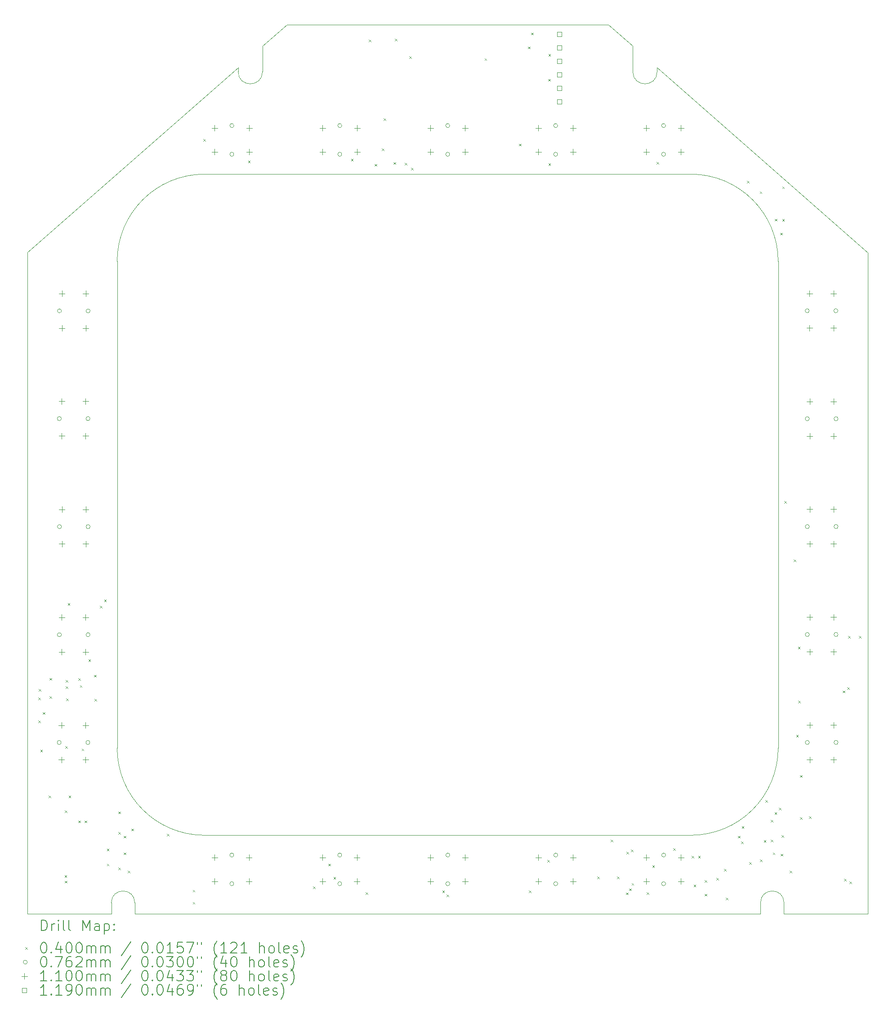
<source format=gbr>
%TF.GenerationSoftware,KiCad,Pcbnew,8.0.6*%
%TF.CreationDate,2024-12-03T14:08:36-05:00*%
%TF.ProjectId,DDI,4444492e-6b69-4636-9164-5f7063625858,rev?*%
%TF.SameCoordinates,Original*%
%TF.FileFunction,Drillmap*%
%TF.FilePolarity,Positive*%
%FSLAX45Y45*%
G04 Gerber Fmt 4.5, Leading zero omitted, Abs format (unit mm)*
G04 Created by KiCad (PCBNEW 8.0.6) date 2024-12-03 14:08:36*
%MOMM*%
%LPD*%
G01*
G04 APERTURE LIST*
%ADD10C,0.100000*%
%ADD11C,0.200000*%
%ADD12C,0.110000*%
%ADD13C,0.119000*%
G04 APERTURE END LIST*
D10*
X14879032Y6693842D02*
X26662782Y6694292D01*
X24258138Y23031255D02*
X23796186Y23432893D01*
X24715338Y22624855D02*
X28680606Y19143608D01*
X17283675Y23031255D02*
X17745906Y23432893D01*
X16826475Y22624855D02*
X12861486Y19146148D01*
X12861486Y6695068D02*
X12861486Y19146148D01*
X26662782Y6903842D02*
G75*
G02*
X27102782Y6903842I220000J0D01*
G01*
X24258138Y22548655D02*
X24258138Y23031255D01*
X25349793Y8173842D02*
X16192021Y8173842D01*
X14879032Y6903842D02*
X14879032Y6693842D01*
X17745906Y23432893D02*
X23796186Y23432893D01*
X16192021Y20619842D02*
X25349792Y20619842D01*
X26662782Y6903842D02*
X26662782Y6694292D01*
X25349792Y20619842D02*
G75*
G02*
X26993902Y18975728I-2J-1644112D01*
G01*
X17283675Y22548655D02*
X17283675Y23031255D01*
X14439032Y6903842D02*
G75*
G02*
X14879032Y6903842I220000J0D01*
G01*
X12861486Y6695068D02*
X14439032Y6695068D01*
X14439032Y6903842D02*
X14439032Y6695068D01*
X24715338Y22548655D02*
X24715338Y22624855D01*
X26993907Y18975728D02*
X26993906Y9817957D01*
X16192021Y8173842D02*
G75*
G02*
X14547902Y9817956I-1J1644118D01*
G01*
X28680606Y6694292D02*
X27102782Y6694292D01*
X26993907Y9817957D02*
G75*
G02*
X25349793Y8173842I-1644114J-1D01*
G01*
X16826475Y22548655D02*
X16826475Y22624855D01*
X17283675Y22548655D02*
G75*
G02*
X16826475Y22548655I-228600J0D01*
G01*
X27102782Y6903842D02*
X27102782Y6694292D01*
X14547907Y9817956D02*
X14547907Y18975729D01*
X24715338Y22548655D02*
G75*
G02*
X24258138Y22548655I-228600J0D01*
G01*
X14547906Y18975729D02*
G75*
G02*
X16192021Y20619843I1644115J-1D01*
G01*
X28680606Y6694292D02*
X28680606Y19143608D01*
D11*
D10*
X13063640Y10767660D02*
X13103640Y10727660D01*
X13103640Y10767660D02*
X13063640Y10727660D01*
X13063640Y10331410D02*
X13103640Y10291410D01*
X13103640Y10331410D02*
X13063640Y10291410D01*
X13074430Y10924990D02*
X13114430Y10884990D01*
X13114430Y10924990D02*
X13074430Y10884990D01*
X13101340Y9785180D02*
X13141340Y9745180D01*
X13141340Y9785180D02*
X13101340Y9745180D01*
X13146940Y10491380D02*
X13186940Y10451380D01*
X13186940Y10491380D02*
X13146940Y10451380D01*
X13256420Y8922450D02*
X13296420Y8882450D01*
X13296420Y8922450D02*
X13256420Y8882450D01*
X13274450Y11135010D02*
X13314450Y11095010D01*
X13314450Y11135010D02*
X13274450Y11095010D01*
X13274450Y10791630D02*
X13314450Y10751630D01*
X13314450Y10791630D02*
X13274450Y10751630D01*
X13558293Y7418556D02*
X13598293Y7378556D01*
X13598293Y7418556D02*
X13558293Y7378556D01*
X13561293Y7314556D02*
X13601293Y7274556D01*
X13601293Y7314556D02*
X13561293Y7274556D01*
X13565293Y8641556D02*
X13605293Y8601556D01*
X13605293Y8641556D02*
X13565293Y8601556D01*
X13572610Y9850380D02*
X13612610Y9810380D01*
X13612610Y9850380D02*
X13572610Y9810380D01*
X13579293Y11095556D02*
X13619293Y11055556D01*
X13619293Y11095556D02*
X13579293Y11055556D01*
X13582293Y10975556D02*
X13622293Y10935556D01*
X13622293Y10975556D02*
X13582293Y10935556D01*
X13588293Y10750556D02*
X13628293Y10710556D01*
X13628293Y10750556D02*
X13588293Y10710556D01*
X13617410Y12540870D02*
X13657410Y12500870D01*
X13657410Y12540870D02*
X13617410Y12500870D01*
X13634690Y8922450D02*
X13674690Y8882450D01*
X13674690Y8922450D02*
X13634690Y8882450D01*
X13814440Y11127500D02*
X13854440Y11087500D01*
X13854440Y11127500D02*
X13814440Y11087500D01*
X13818360Y8450580D02*
X13858360Y8410580D01*
X13858360Y8450580D02*
X13818360Y8410580D01*
X13846950Y10997500D02*
X13886950Y10957500D01*
X13886950Y10997500D02*
X13846950Y10957500D01*
X13880080Y9805180D02*
X13920080Y9765180D01*
X13920080Y9805180D02*
X13880080Y9765180D01*
X13932640Y8450580D02*
X13972640Y8410580D01*
X13972640Y8450580D02*
X13932640Y8410580D01*
X14007410Y11484390D02*
X14047410Y11444390D01*
X14047410Y11484390D02*
X14007410Y11444390D01*
X14114550Y11192500D02*
X14154550Y11152500D01*
X14154550Y11192500D02*
X14114550Y11152500D01*
X14122810Y10737500D02*
X14162810Y10697500D01*
X14162810Y10737500D02*
X14122810Y10697500D01*
X14224760Y12492110D02*
X14264760Y12452110D01*
X14264760Y12492110D02*
X14224760Y12452110D01*
X14302990Y12611076D02*
X14342990Y12571076D01*
X14342990Y12611076D02*
X14302990Y12571076D01*
X14354470Y7921030D02*
X14394470Y7881030D01*
X14394470Y7921030D02*
X14354470Y7881030D01*
X14354470Y7637220D02*
X14394470Y7597220D01*
X14394470Y7637220D02*
X14354470Y7597220D01*
X14572730Y8620140D02*
X14612730Y8580140D01*
X14612730Y8620140D02*
X14572730Y8580140D01*
X14572730Y8232020D02*
X14612730Y8192020D01*
X14612730Y8232020D02*
X14572730Y8192020D01*
X14572730Y7564710D02*
X14612730Y7524710D01*
X14612730Y7564710D02*
X14572730Y7524710D01*
X14672730Y8161300D02*
X14712730Y8121300D01*
X14712730Y8161300D02*
X14672730Y8121300D01*
X14672730Y7848520D02*
X14712730Y7808520D01*
X14712730Y7848520D02*
X14672730Y7808520D01*
X14745240Y7504700D02*
X14785240Y7464700D01*
X14785240Y7504700D02*
X14745240Y7464700D01*
X14816190Y8296640D02*
X14856190Y8256640D01*
X14856190Y8296640D02*
X14816190Y8256640D01*
X15487390Y8199000D02*
X15527390Y8159000D01*
X15527390Y8199000D02*
X15487390Y8159000D01*
X15971690Y7147100D02*
X16011690Y7107100D01*
X16011690Y7147100D02*
X15971690Y7107100D01*
X15971690Y6918042D02*
X16011690Y6878042D01*
X16011690Y6918042D02*
X15971690Y6878042D01*
X16171410Y21283180D02*
X16211410Y21243180D01*
X16211410Y21283180D02*
X16171410Y21243180D01*
X17013100Y20875100D02*
X17053100Y20835100D01*
X17053100Y20875100D02*
X17013100Y20835100D01*
X18233790Y7207110D02*
X18273790Y7167110D01*
X18273790Y7207110D02*
X18233790Y7167110D01*
X18526310Y7637220D02*
X18566310Y7597220D01*
X18566310Y7637220D02*
X18526310Y7597220D01*
X18622480Y7389720D02*
X18662480Y7349720D01*
X18662480Y7389720D02*
X18622480Y7349720D01*
X18952590Y20906090D02*
X18992590Y20866090D01*
X18992590Y20906090D02*
X18952590Y20866090D01*
X19224570Y7101440D02*
X19264570Y7061440D01*
X19264570Y7101440D02*
X19224570Y7061440D01*
X19284800Y23150000D02*
X19324800Y23110000D01*
X19324800Y23150000D02*
X19284800Y23110000D01*
X19398893Y20810756D02*
X19438893Y20770756D01*
X19438893Y20810756D02*
X19398893Y20770756D01*
X19529550Y21104500D02*
X19569550Y21064500D01*
X19569550Y21104500D02*
X19529550Y21064500D01*
X19563000Y21672050D02*
X19603000Y21632050D01*
X19603000Y21672050D02*
X19563000Y21632050D01*
X19750490Y20845157D02*
X19790490Y20805157D01*
X19790490Y20845157D02*
X19750490Y20805157D01*
X19779640Y23169700D02*
X19819640Y23129700D01*
X19819640Y23169700D02*
X19779640Y23129700D01*
X19960510Y20831950D02*
X20000510Y20791950D01*
X20000510Y20831950D02*
X19960510Y20791950D01*
X20046140Y22839500D02*
X20086140Y22799500D01*
X20086140Y22839500D02*
X20046140Y22799500D01*
X20082560Y20739580D02*
X20122560Y20699580D01*
X20122560Y20739580D02*
X20082560Y20699580D01*
X20671020Y7131170D02*
X20711020Y7091170D01*
X20711020Y7131170D02*
X20671020Y7091170D01*
X20753300Y7055770D02*
X20793300Y7015770D01*
X20793300Y7055770D02*
X20753300Y7015770D01*
X21465270Y22801400D02*
X21505270Y22761400D01*
X21505270Y22801400D02*
X21465270Y22761400D01*
X22113910Y21192310D02*
X22153910Y21152310D01*
X22153910Y21192310D02*
X22113910Y21152310D01*
X22281793Y23020556D02*
X22321793Y22980556D01*
X22321793Y23020556D02*
X22281793Y22980556D01*
X22300290Y7131170D02*
X22340290Y7091170D01*
X22340290Y7131170D02*
X22300290Y7091170D01*
X22341570Y23284000D02*
X22381570Y23244000D01*
X22381570Y23284000D02*
X22341570Y23244000D01*
X22649090Y7706440D02*
X22689090Y7666440D01*
X22689090Y7706440D02*
X22649090Y7666440D01*
X22662793Y22410956D02*
X22702793Y22370956D01*
X22702793Y22410956D02*
X22662793Y22370956D01*
X22668793Y22880956D02*
X22708793Y22840956D01*
X22708793Y22880956D02*
X22668793Y22840956D01*
X22668821Y20823377D02*
X22708821Y20783377D01*
X22708821Y20823377D02*
X22668821Y20783377D01*
X23585800Y7398770D02*
X23625800Y7358770D01*
X23625800Y7398770D02*
X23585800Y7358770D01*
X23841200Y8088790D02*
X23881200Y8048790D01*
X23881200Y8088790D02*
X23841200Y8048790D01*
X23960950Y7398770D02*
X24000950Y7358770D01*
X24000950Y7398770D02*
X23960950Y7358770D01*
X24126623Y7095774D02*
X24166623Y7055774D01*
X24166623Y7095774D02*
X24126623Y7055774D01*
X24139293Y7860556D02*
X24179293Y7820556D01*
X24179293Y7860556D02*
X24139293Y7820556D01*
X24190998Y7172300D02*
X24230998Y7132300D01*
X24230998Y7172300D02*
X24190998Y7132300D01*
X24219293Y7905556D02*
X24259293Y7865556D01*
X24259293Y7905556D02*
X24219293Y7865556D01*
X24235990Y7272310D02*
X24275990Y7232310D01*
X24275990Y7272310D02*
X24235990Y7232310D01*
X24518720Y7096900D02*
X24558720Y7056900D01*
X24558720Y7096900D02*
X24518720Y7056900D01*
X24624810Y7609490D02*
X24664810Y7569490D01*
X24664810Y7609490D02*
X24624810Y7569490D01*
X24707390Y20846900D02*
X24747390Y20806900D01*
X24747390Y20846900D02*
X24707390Y20806900D01*
X25019293Y7930556D02*
X25059293Y7890556D01*
X25059293Y7930556D02*
X25019293Y7890556D01*
X25362293Y7787556D02*
X25402293Y7747556D01*
X25402293Y7787556D02*
X25362293Y7747556D01*
X25402320Y7243860D02*
X25442320Y7203860D01*
X25442320Y7243860D02*
X25402320Y7203860D01*
X25487293Y7787556D02*
X25527293Y7747556D01*
X25527293Y7787556D02*
X25487293Y7747556D01*
X25608460Y7325649D02*
X25648460Y7285649D01*
X25648460Y7325649D02*
X25608460Y7285649D01*
X25608460Y7069400D02*
X25648460Y7029400D01*
X25648460Y7069400D02*
X25608460Y7029400D01*
X25828880Y7370650D02*
X25868880Y7330650D01*
X25868880Y7370650D02*
X25828880Y7330650D01*
X25973900Y7536980D02*
X26013900Y7496980D01*
X26013900Y7536980D02*
X25973900Y7496980D01*
X26006250Y6996890D02*
X26046250Y6956890D01*
X26046250Y6996890D02*
X26006250Y6956890D01*
X26235860Y8161300D02*
X26275860Y8121300D01*
X26275860Y8161300D02*
X26235860Y8121300D01*
X26294540Y8055290D02*
X26334540Y8015290D01*
X26334540Y8055290D02*
X26294540Y8015290D01*
X26308370Y8344020D02*
X26348370Y8304020D01*
X26348370Y8344020D02*
X26308370Y8304020D01*
X26407510Y20495990D02*
X26447510Y20455990D01*
X26447510Y20495990D02*
X26407510Y20455990D01*
X26451293Y7664556D02*
X26491293Y7624556D01*
X26491293Y7664556D02*
X26451293Y7624556D01*
X26647300Y20295870D02*
X26687300Y20255870D01*
X26687300Y20295870D02*
X26647300Y20255870D01*
X26652293Y7718057D02*
X26692293Y7678057D01*
X26692293Y7718057D02*
X26652293Y7678057D01*
X26723293Y8079556D02*
X26763293Y8039556D01*
X26763293Y8079556D02*
X26723293Y8039556D01*
X26753250Y8834850D02*
X26793250Y8794850D01*
X26793250Y8834850D02*
X26753250Y8794850D01*
X26855110Y8464470D02*
X26895110Y8424470D01*
X26895110Y8464470D02*
X26855110Y8424470D01*
X26855110Y8088790D02*
X26895110Y8048790D01*
X26895110Y8088790D02*
X26855110Y8048790D01*
X26893622Y7848274D02*
X26933622Y7808274D01*
X26933622Y7848274D02*
X26893622Y7808274D01*
X26927620Y8609490D02*
X26967620Y8569490D01*
X26967620Y8609490D02*
X26927620Y8569490D01*
X26932000Y19778180D02*
X26972000Y19738180D01*
X26972000Y19778180D02*
X26932000Y19738180D01*
X27006410Y8691630D02*
X27046410Y8651630D01*
X27046410Y8691630D02*
X27006410Y8651630D01*
X27032010Y19515670D02*
X27072010Y19475670D01*
X27072010Y19515670D02*
X27032010Y19475670D01*
X27039293Y7823556D02*
X27079293Y7783556D01*
X27079293Y7823556D02*
X27039293Y7783556D01*
X27060057Y8173853D02*
X27100057Y8133853D01*
X27100057Y8173853D02*
X27060057Y8133853D01*
X27071330Y20388220D02*
X27111330Y20348220D01*
X27111330Y20388220D02*
X27071330Y20348220D01*
X27071330Y19775640D02*
X27111330Y19735640D01*
X27111330Y19775640D02*
X27071330Y19735640D01*
X27112400Y14463010D02*
X27152400Y14423010D01*
X27152400Y14463010D02*
X27112400Y14423010D01*
X27211293Y7505556D02*
X27251293Y7465556D01*
X27251293Y7505556D02*
X27211293Y7465556D01*
X27284920Y13367770D02*
X27324920Y13327770D01*
X27324920Y13367770D02*
X27284920Y13327770D01*
X27333750Y10061480D02*
X27373750Y10021480D01*
X27373750Y10061480D02*
X27333750Y10021480D01*
X27366840Y11720710D02*
X27406840Y11680710D01*
X27406840Y11720710D02*
X27366840Y11680710D01*
X27371450Y10709500D02*
X27411450Y10669500D01*
X27411450Y10709500D02*
X27371450Y10669500D01*
X27406260Y9305900D02*
X27446260Y9265900D01*
X27446260Y9305900D02*
X27406260Y9265900D01*
X27406260Y8512490D02*
X27446260Y8472490D01*
X27446260Y8512490D02*
X27406260Y8472490D01*
X27575293Y8530556D02*
X27615293Y8490556D01*
X27615293Y8530556D02*
X27575293Y8490556D01*
X28211550Y10896990D02*
X28251550Y10856990D01*
X28251550Y10896990D02*
X28211550Y10856990D01*
X28234110Y7350650D02*
X28274110Y7310650D01*
X28274110Y7350650D02*
X28234110Y7310650D01*
X28296967Y10961990D02*
X28336967Y10921990D01*
X28336967Y10961990D02*
X28296967Y10921990D01*
X28311560Y11928620D02*
X28351560Y11888620D01*
X28351560Y11928620D02*
X28311560Y11888620D01*
X28334120Y7305649D02*
X28374120Y7265649D01*
X28374120Y7305649D02*
X28334120Y7265649D01*
X28516840Y11928620D02*
X28556840Y11888620D01*
X28556840Y11928620D02*
X28516840Y11888620D01*
X13494527Y9919972D02*
G75*
G02*
X13418327Y9919972I-38100J0D01*
G01*
X13418327Y9919972D02*
G75*
G02*
X13494527Y9919972I38100J0D01*
G01*
X13497067Y16018512D02*
G75*
G02*
X13420867Y16018512I-38100J0D01*
G01*
X13420867Y16018512D02*
G75*
G02*
X13497067Y16018512I38100J0D01*
G01*
X13498019Y11949432D02*
G75*
G02*
X13421819Y11949432I-38100J0D01*
G01*
X13421819Y11949432D02*
G75*
G02*
X13498019Y11949432I38100J0D01*
G01*
X13499607Y18045432D02*
G75*
G02*
X13423407Y18045432I-38100J0D01*
G01*
X13423407Y18045432D02*
G75*
G02*
X13499607Y18045432I38100J0D01*
G01*
X13499607Y13983972D02*
G75*
G02*
X13423407Y13983972I-38100J0D01*
G01*
X13423407Y13983972D02*
G75*
G02*
X13499607Y13983972I38100J0D01*
G01*
X14034527Y9919972D02*
G75*
G02*
X13958327Y9919972I-38100J0D01*
G01*
X13958327Y9919972D02*
G75*
G02*
X14034527Y9919972I38100J0D01*
G01*
X14037067Y16018512D02*
G75*
G02*
X13960867Y16018512I-38100J0D01*
G01*
X13960867Y16018512D02*
G75*
G02*
X14037067Y16018512I38100J0D01*
G01*
X14038019Y11949432D02*
G75*
G02*
X13961819Y11949432I-38100J0D01*
G01*
X13961819Y11949432D02*
G75*
G02*
X14038019Y11949432I38100J0D01*
G01*
X14039607Y18045432D02*
G75*
G02*
X13963407Y18045432I-38100J0D01*
G01*
X13963407Y18045432D02*
G75*
G02*
X14039607Y18045432I38100J0D01*
G01*
X14039607Y13983972D02*
G75*
G02*
X13963407Y13983972I-38100J0D01*
G01*
X13963407Y13983972D02*
G75*
G02*
X14039607Y13983972I38100J0D01*
G01*
X16744887Y7801012D02*
G75*
G02*
X16668687Y7801012I-38100J0D01*
G01*
X16668687Y7801012D02*
G75*
G02*
X16744887Y7801012I38100J0D01*
G01*
X16744887Y7261012D02*
G75*
G02*
X16668687Y7261012I-38100J0D01*
G01*
X16668687Y7261012D02*
G75*
G02*
X16744887Y7261012I38100J0D01*
G01*
X16746157Y21534792D02*
G75*
G02*
X16669957Y21534792I-38100J0D01*
G01*
X16669957Y21534792D02*
G75*
G02*
X16746157Y21534792I38100J0D01*
G01*
X16746157Y20994792D02*
G75*
G02*
X16669957Y20994792I-38100J0D01*
G01*
X16669957Y20994792D02*
G75*
G02*
X16746157Y20994792I38100J0D01*
G01*
X18776887Y7801012D02*
G75*
G02*
X18700687Y7801012I-38100J0D01*
G01*
X18700687Y7801012D02*
G75*
G02*
X18776887Y7801012I38100J0D01*
G01*
X18776887Y7261012D02*
G75*
G02*
X18700687Y7261012I-38100J0D01*
G01*
X18700687Y7261012D02*
G75*
G02*
X18776887Y7261012I38100J0D01*
G01*
X18778157Y21534792D02*
G75*
G02*
X18701957Y21534792I-38100J0D01*
G01*
X18701957Y21534792D02*
G75*
G02*
X18778157Y21534792I38100J0D01*
G01*
X18778157Y20994792D02*
G75*
G02*
X18701957Y20994792I-38100J0D01*
G01*
X18701957Y20994792D02*
G75*
G02*
X18778157Y20994792I38100J0D01*
G01*
X20810157Y21534792D02*
G75*
G02*
X20733957Y21534792I-38100J0D01*
G01*
X20733957Y21534792D02*
G75*
G02*
X20810157Y21534792I38100J0D01*
G01*
X20810157Y20994792D02*
G75*
G02*
X20733957Y20994792I-38100J0D01*
G01*
X20733957Y20994792D02*
G75*
G02*
X20810157Y20994792I38100J0D01*
G01*
X20811427Y7801012D02*
G75*
G02*
X20735227Y7801012I-38100J0D01*
G01*
X20735227Y7801012D02*
G75*
G02*
X20811427Y7801012I38100J0D01*
G01*
X20811427Y7261012D02*
G75*
G02*
X20735227Y7261012I-38100J0D01*
G01*
X20735227Y7261012D02*
G75*
G02*
X20811427Y7261012I38100J0D01*
G01*
X22842157Y21534792D02*
G75*
G02*
X22765957Y21534792I-38100J0D01*
G01*
X22765957Y21534792D02*
G75*
G02*
X22842157Y21534792I38100J0D01*
G01*
X22842157Y20994792D02*
G75*
G02*
X22765957Y20994792I-38100J0D01*
G01*
X22765957Y20994792D02*
G75*
G02*
X22842157Y20994792I38100J0D01*
G01*
X22843427Y7801012D02*
G75*
G02*
X22767227Y7801012I-38100J0D01*
G01*
X22767227Y7801012D02*
G75*
G02*
X22843427Y7801012I38100J0D01*
G01*
X22843427Y7261012D02*
G75*
G02*
X22767227Y7261012I-38100J0D01*
G01*
X22767227Y7261012D02*
G75*
G02*
X22843427Y7261012I38100J0D01*
G01*
X24874157Y21534792D02*
G75*
G02*
X24797957Y21534792I-38100J0D01*
G01*
X24797957Y21534792D02*
G75*
G02*
X24874157Y21534792I38100J0D01*
G01*
X24874157Y20994792D02*
G75*
G02*
X24797957Y20994792I-38100J0D01*
G01*
X24797957Y20994792D02*
G75*
G02*
X24874157Y20994792I38100J0D01*
G01*
X24875427Y7801012D02*
G75*
G02*
X24799227Y7801012I-38100J0D01*
G01*
X24799227Y7801012D02*
G75*
G02*
X24875427Y7801012I38100J0D01*
G01*
X24875427Y7261012D02*
G75*
G02*
X24799227Y7261012I-38100J0D01*
G01*
X24799227Y7261012D02*
G75*
G02*
X24875427Y7261012I38100J0D01*
G01*
X27578407Y18048212D02*
G75*
G02*
X27502207Y18048212I-38100J0D01*
G01*
X27502207Y18048212D02*
G75*
G02*
X27578407Y18048212I38100J0D01*
G01*
X27580629Y16014942D02*
G75*
G02*
X27504429Y16014942I-38100J0D01*
G01*
X27504429Y16014942D02*
G75*
G02*
X27580629Y16014942I38100J0D01*
G01*
X27580629Y13985482D02*
G75*
G02*
X27504429Y13985482I-38100J0D01*
G01*
X27504429Y13985482D02*
G75*
G02*
X27580629Y13985482I38100J0D01*
G01*
X27580629Y11953242D02*
G75*
G02*
X27504429Y11953242I-38100J0D01*
G01*
X27504429Y11953242D02*
G75*
G02*
X27580629Y11953242I38100J0D01*
G01*
X27580629Y9921482D02*
G75*
G02*
X27504429Y9921482I-38100J0D01*
G01*
X27504429Y9921482D02*
G75*
G02*
X27580629Y9921482I38100J0D01*
G01*
X28118407Y18048212D02*
G75*
G02*
X28042207Y18048212I-38100J0D01*
G01*
X28042207Y18048212D02*
G75*
G02*
X28118407Y18048212I38100J0D01*
G01*
X28120629Y16014942D02*
G75*
G02*
X28044429Y16014942I-38100J0D01*
G01*
X28044429Y16014942D02*
G75*
G02*
X28120629Y16014942I38100J0D01*
G01*
X28120629Y13985482D02*
G75*
G02*
X28044429Y13985482I-38100J0D01*
G01*
X28044429Y13985482D02*
G75*
G02*
X28120629Y13985482I38100J0D01*
G01*
X28120629Y11953242D02*
G75*
G02*
X28044429Y11953242I-38100J0D01*
G01*
X28044429Y11953242D02*
G75*
G02*
X28120629Y11953242I38100J0D01*
G01*
X28120629Y9921482D02*
G75*
G02*
X28044429Y9921482I-38100J0D01*
G01*
X28044429Y9921482D02*
G75*
G02*
X28120629Y9921482I38100J0D01*
G01*
D12*
X13501427Y10299972D02*
X13501427Y10189972D01*
X13446427Y10244972D02*
X13556427Y10244972D01*
X13501427Y9649972D02*
X13501427Y9539972D01*
X13446427Y9594972D02*
X13556427Y9594972D01*
X13503967Y16398512D02*
X13503967Y16288512D01*
X13448967Y16343512D02*
X13558967Y16343512D01*
X13503967Y15748512D02*
X13503967Y15638512D01*
X13448967Y15693512D02*
X13558967Y15693512D01*
X13504919Y12329432D02*
X13504919Y12219432D01*
X13449919Y12274432D02*
X13559919Y12274432D01*
X13504919Y11679432D02*
X13504919Y11569432D01*
X13449919Y11624432D02*
X13559919Y11624432D01*
X13506507Y18425432D02*
X13506507Y18315432D01*
X13451507Y18370432D02*
X13561507Y18370432D01*
X13506507Y17775432D02*
X13506507Y17665432D01*
X13451507Y17720432D02*
X13561507Y17720432D01*
X13506507Y14363972D02*
X13506507Y14253972D01*
X13451507Y14308972D02*
X13561507Y14308972D01*
X13506507Y13713972D02*
X13506507Y13603972D01*
X13451507Y13658972D02*
X13561507Y13658972D01*
X13951427Y10299972D02*
X13951427Y10189972D01*
X13896427Y10244972D02*
X14006427Y10244972D01*
X13951427Y9649972D02*
X13951427Y9539972D01*
X13896427Y9594972D02*
X14006427Y9594972D01*
X13953967Y16398512D02*
X13953967Y16288512D01*
X13898967Y16343512D02*
X14008967Y16343512D01*
X13953967Y15748512D02*
X13953967Y15638512D01*
X13898967Y15693512D02*
X14008967Y15693512D01*
X13954919Y12329432D02*
X13954919Y12219432D01*
X13899919Y12274432D02*
X14009919Y12274432D01*
X13954919Y11679432D02*
X13954919Y11569432D01*
X13899919Y11624432D02*
X14009919Y11624432D01*
X13956507Y18425432D02*
X13956507Y18315432D01*
X13901507Y18370432D02*
X14011507Y18370432D01*
X13956507Y17775432D02*
X13956507Y17665432D01*
X13901507Y17720432D02*
X14011507Y17720432D01*
X13956507Y14363972D02*
X13956507Y14253972D01*
X13901507Y14308972D02*
X14011507Y14308972D01*
X13956507Y13713972D02*
X13956507Y13603972D01*
X13901507Y13658972D02*
X14011507Y13658972D01*
X16381787Y7811012D02*
X16381787Y7701012D01*
X16326787Y7756012D02*
X16436787Y7756012D01*
X16381787Y7361012D02*
X16381787Y7251012D01*
X16326787Y7306012D02*
X16436787Y7306012D01*
X16383057Y21544792D02*
X16383057Y21434792D01*
X16328057Y21489792D02*
X16438057Y21489792D01*
X16383057Y21094792D02*
X16383057Y20984792D01*
X16328057Y21039792D02*
X16438057Y21039792D01*
X17031787Y7811012D02*
X17031787Y7701012D01*
X16976787Y7756012D02*
X17086787Y7756012D01*
X17031787Y7361012D02*
X17031787Y7251012D01*
X16976787Y7306012D02*
X17086787Y7306012D01*
X17033057Y21544792D02*
X17033057Y21434792D01*
X16978057Y21489792D02*
X17088057Y21489792D01*
X17033057Y21094792D02*
X17033057Y20984792D01*
X16978057Y21039792D02*
X17088057Y21039792D01*
X18413787Y7811012D02*
X18413787Y7701012D01*
X18358787Y7756012D02*
X18468787Y7756012D01*
X18413787Y7361012D02*
X18413787Y7251012D01*
X18358787Y7306012D02*
X18468787Y7306012D01*
X18415057Y21544792D02*
X18415057Y21434792D01*
X18360057Y21489792D02*
X18470057Y21489792D01*
X18415057Y21094792D02*
X18415057Y20984792D01*
X18360057Y21039792D02*
X18470057Y21039792D01*
X19063787Y7811012D02*
X19063787Y7701012D01*
X19008787Y7756012D02*
X19118787Y7756012D01*
X19063787Y7361012D02*
X19063787Y7251012D01*
X19008787Y7306012D02*
X19118787Y7306012D01*
X19065057Y21544792D02*
X19065057Y21434792D01*
X19010057Y21489792D02*
X19120057Y21489792D01*
X19065057Y21094792D02*
X19065057Y20984792D01*
X19010057Y21039792D02*
X19120057Y21039792D01*
X20447057Y21544792D02*
X20447057Y21434792D01*
X20392057Y21489792D02*
X20502057Y21489792D01*
X20447057Y21094792D02*
X20447057Y20984792D01*
X20392057Y21039792D02*
X20502057Y21039792D01*
X20448327Y7811012D02*
X20448327Y7701012D01*
X20393327Y7756012D02*
X20503327Y7756012D01*
X20448327Y7361012D02*
X20448327Y7251012D01*
X20393327Y7306012D02*
X20503327Y7306012D01*
X21097057Y21544792D02*
X21097057Y21434792D01*
X21042057Y21489792D02*
X21152057Y21489792D01*
X21097057Y21094792D02*
X21097057Y20984792D01*
X21042057Y21039792D02*
X21152057Y21039792D01*
X21098327Y7811012D02*
X21098327Y7701012D01*
X21043327Y7756012D02*
X21153327Y7756012D01*
X21098327Y7361012D02*
X21098327Y7251012D01*
X21043327Y7306012D02*
X21153327Y7306012D01*
X22479057Y21544792D02*
X22479057Y21434792D01*
X22424057Y21489792D02*
X22534057Y21489792D01*
X22479057Y21094792D02*
X22479057Y20984792D01*
X22424057Y21039792D02*
X22534057Y21039792D01*
X22480327Y7811012D02*
X22480327Y7701012D01*
X22425327Y7756012D02*
X22535327Y7756012D01*
X22480327Y7361012D02*
X22480327Y7251012D01*
X22425327Y7306012D02*
X22535327Y7306012D01*
X23129057Y21544792D02*
X23129057Y21434792D01*
X23074057Y21489792D02*
X23184057Y21489792D01*
X23129057Y21094792D02*
X23129057Y20984792D01*
X23074057Y21039792D02*
X23184057Y21039792D01*
X23130327Y7811012D02*
X23130327Y7701012D01*
X23075327Y7756012D02*
X23185327Y7756012D01*
X23130327Y7361012D02*
X23130327Y7251012D01*
X23075327Y7306012D02*
X23185327Y7306012D01*
X24511057Y21544792D02*
X24511057Y21434792D01*
X24456057Y21489792D02*
X24566057Y21489792D01*
X24511057Y21094792D02*
X24511057Y20984792D01*
X24456057Y21039792D02*
X24566057Y21039792D01*
X24512327Y7811012D02*
X24512327Y7701012D01*
X24457327Y7756012D02*
X24567327Y7756012D01*
X24512327Y7361012D02*
X24512327Y7251012D01*
X24457327Y7306012D02*
X24567327Y7306012D01*
X25161057Y21544792D02*
X25161057Y21434792D01*
X25106057Y21489792D02*
X25216057Y21489792D01*
X25161057Y21094792D02*
X25161057Y20984792D01*
X25106057Y21039792D02*
X25216057Y21039792D01*
X25162327Y7811012D02*
X25162327Y7701012D01*
X25107327Y7756012D02*
X25217327Y7756012D01*
X25162327Y7361012D02*
X25162327Y7251012D01*
X25107327Y7306012D02*
X25217327Y7306012D01*
X27585307Y18428212D02*
X27585307Y18318212D01*
X27530307Y18373212D02*
X27640307Y18373212D01*
X27585307Y17778212D02*
X27585307Y17668212D01*
X27530307Y17723212D02*
X27640307Y17723212D01*
X27587529Y16394942D02*
X27587529Y16284942D01*
X27532529Y16339942D02*
X27642529Y16339942D01*
X27587529Y15744942D02*
X27587529Y15634942D01*
X27532529Y15689942D02*
X27642529Y15689942D01*
X27587529Y14365482D02*
X27587529Y14255482D01*
X27532529Y14310482D02*
X27642529Y14310482D01*
X27587529Y13715482D02*
X27587529Y13605482D01*
X27532529Y13660482D02*
X27642529Y13660482D01*
X27587529Y12333242D02*
X27587529Y12223242D01*
X27532529Y12278242D02*
X27642529Y12278242D01*
X27587529Y11683242D02*
X27587529Y11573242D01*
X27532529Y11628242D02*
X27642529Y11628242D01*
X27587529Y10301482D02*
X27587529Y10191482D01*
X27532529Y10246482D02*
X27642529Y10246482D01*
X27587529Y9651482D02*
X27587529Y9541482D01*
X27532529Y9596482D02*
X27642529Y9596482D01*
X28035307Y18428212D02*
X28035307Y18318212D01*
X27980307Y18373212D02*
X28090307Y18373212D01*
X28035307Y17778212D02*
X28035307Y17668212D01*
X27980307Y17723212D02*
X28090307Y17723212D01*
X28037529Y16394942D02*
X28037529Y16284942D01*
X27982529Y16339942D02*
X28092529Y16339942D01*
X28037529Y15744942D02*
X28037529Y15634942D01*
X27982529Y15689942D02*
X28092529Y15689942D01*
X28037529Y14365482D02*
X28037529Y14255482D01*
X27982529Y14310482D02*
X28092529Y14310482D01*
X28037529Y13715482D02*
X28037529Y13605482D01*
X27982529Y13660482D02*
X28092529Y13660482D01*
X28037529Y12333242D02*
X28037529Y12223242D01*
X27982529Y12278242D02*
X28092529Y12278242D01*
X28037529Y11683242D02*
X28037529Y11573242D01*
X27982529Y11628242D02*
X28092529Y11628242D01*
X28037529Y10301482D02*
X28037529Y10191482D01*
X27982529Y10246482D02*
X28092529Y10246482D01*
X28037529Y9651482D02*
X28037529Y9541482D01*
X27982529Y9596482D02*
X28092529Y9596482D01*
D13*
X22915366Y23212483D02*
X22915366Y23296630D01*
X22831219Y23296630D01*
X22831219Y23212483D01*
X22915366Y23212483D01*
X22915366Y22958483D02*
X22915366Y23042630D01*
X22831219Y23042630D01*
X22831219Y22958483D01*
X22915366Y22958483D01*
X22915366Y22704483D02*
X22915366Y22788630D01*
X22831219Y22788630D01*
X22831219Y22704483D01*
X22915366Y22704483D01*
X22915366Y22450483D02*
X22915366Y22534630D01*
X22831219Y22534630D01*
X22831219Y22450483D01*
X22915366Y22450483D01*
X22915366Y22196483D02*
X22915366Y22280630D01*
X22831219Y22280630D01*
X22831219Y22196483D01*
X22915366Y22196483D01*
X22915366Y21942483D02*
X22915366Y22026630D01*
X22831219Y22026630D01*
X22831219Y21942483D01*
X22915366Y21942483D01*
D11*
X13117263Y6377358D02*
X13117263Y6577358D01*
X13117263Y6577358D02*
X13164882Y6577358D01*
X13164882Y6577358D02*
X13193453Y6567835D01*
X13193453Y6567835D02*
X13212501Y6548787D01*
X13212501Y6548787D02*
X13222025Y6529739D01*
X13222025Y6529739D02*
X13231548Y6491644D01*
X13231548Y6491644D02*
X13231548Y6463073D01*
X13231548Y6463073D02*
X13222025Y6424978D01*
X13222025Y6424978D02*
X13212501Y6405930D01*
X13212501Y6405930D02*
X13193453Y6386882D01*
X13193453Y6386882D02*
X13164882Y6377358D01*
X13164882Y6377358D02*
X13117263Y6377358D01*
X13317263Y6377358D02*
X13317263Y6510692D01*
X13317263Y6472597D02*
X13326787Y6491644D01*
X13326787Y6491644D02*
X13336310Y6501168D01*
X13336310Y6501168D02*
X13355358Y6510692D01*
X13355358Y6510692D02*
X13374406Y6510692D01*
X13441072Y6377358D02*
X13441072Y6510692D01*
X13441072Y6577358D02*
X13431548Y6567835D01*
X13431548Y6567835D02*
X13441072Y6558311D01*
X13441072Y6558311D02*
X13450596Y6567835D01*
X13450596Y6567835D02*
X13441072Y6577358D01*
X13441072Y6577358D02*
X13441072Y6558311D01*
X13564882Y6377358D02*
X13545834Y6386882D01*
X13545834Y6386882D02*
X13536310Y6405930D01*
X13536310Y6405930D02*
X13536310Y6577358D01*
X13669644Y6377358D02*
X13650596Y6386882D01*
X13650596Y6386882D02*
X13641072Y6405930D01*
X13641072Y6405930D02*
X13641072Y6577358D01*
X13898215Y6377358D02*
X13898215Y6577358D01*
X13898215Y6577358D02*
X13964882Y6434501D01*
X13964882Y6434501D02*
X14031548Y6577358D01*
X14031548Y6577358D02*
X14031548Y6377358D01*
X14212501Y6377358D02*
X14212501Y6482120D01*
X14212501Y6482120D02*
X14202977Y6501168D01*
X14202977Y6501168D02*
X14183929Y6510692D01*
X14183929Y6510692D02*
X14145834Y6510692D01*
X14145834Y6510692D02*
X14126787Y6501168D01*
X14212501Y6386882D02*
X14193453Y6377358D01*
X14193453Y6377358D02*
X14145834Y6377358D01*
X14145834Y6377358D02*
X14126787Y6386882D01*
X14126787Y6386882D02*
X14117263Y6405930D01*
X14117263Y6405930D02*
X14117263Y6424978D01*
X14117263Y6424978D02*
X14126787Y6444025D01*
X14126787Y6444025D02*
X14145834Y6453549D01*
X14145834Y6453549D02*
X14193453Y6453549D01*
X14193453Y6453549D02*
X14212501Y6463073D01*
X14307739Y6510692D02*
X14307739Y6310692D01*
X14307739Y6501168D02*
X14326787Y6510692D01*
X14326787Y6510692D02*
X14364882Y6510692D01*
X14364882Y6510692D02*
X14383929Y6501168D01*
X14383929Y6501168D02*
X14393453Y6491644D01*
X14393453Y6491644D02*
X14402977Y6472597D01*
X14402977Y6472597D02*
X14402977Y6415454D01*
X14402977Y6415454D02*
X14393453Y6396406D01*
X14393453Y6396406D02*
X14383929Y6386882D01*
X14383929Y6386882D02*
X14364882Y6377358D01*
X14364882Y6377358D02*
X14326787Y6377358D01*
X14326787Y6377358D02*
X14307739Y6386882D01*
X14488691Y6396406D02*
X14498215Y6386882D01*
X14498215Y6386882D02*
X14488691Y6377358D01*
X14488691Y6377358D02*
X14479168Y6386882D01*
X14479168Y6386882D02*
X14488691Y6396406D01*
X14488691Y6396406D02*
X14488691Y6377358D01*
X14488691Y6501168D02*
X14498215Y6491644D01*
X14498215Y6491644D02*
X14488691Y6482120D01*
X14488691Y6482120D02*
X14479168Y6491644D01*
X14479168Y6491644D02*
X14488691Y6501168D01*
X14488691Y6501168D02*
X14488691Y6482120D01*
D10*
X12816486Y6068842D02*
X12856486Y6028842D01*
X12856486Y6068842D02*
X12816486Y6028842D01*
D11*
X13155358Y6157358D02*
X13174406Y6157358D01*
X13174406Y6157358D02*
X13193453Y6147835D01*
X13193453Y6147835D02*
X13202977Y6138311D01*
X13202977Y6138311D02*
X13212501Y6119263D01*
X13212501Y6119263D02*
X13222025Y6081168D01*
X13222025Y6081168D02*
X13222025Y6033549D01*
X13222025Y6033549D02*
X13212501Y5995454D01*
X13212501Y5995454D02*
X13202977Y5976406D01*
X13202977Y5976406D02*
X13193453Y5966882D01*
X13193453Y5966882D02*
X13174406Y5957358D01*
X13174406Y5957358D02*
X13155358Y5957358D01*
X13155358Y5957358D02*
X13136310Y5966882D01*
X13136310Y5966882D02*
X13126787Y5976406D01*
X13126787Y5976406D02*
X13117263Y5995454D01*
X13117263Y5995454D02*
X13107739Y6033549D01*
X13107739Y6033549D02*
X13107739Y6081168D01*
X13107739Y6081168D02*
X13117263Y6119263D01*
X13117263Y6119263D02*
X13126787Y6138311D01*
X13126787Y6138311D02*
X13136310Y6147835D01*
X13136310Y6147835D02*
X13155358Y6157358D01*
X13307739Y5976406D02*
X13317263Y5966882D01*
X13317263Y5966882D02*
X13307739Y5957358D01*
X13307739Y5957358D02*
X13298215Y5966882D01*
X13298215Y5966882D02*
X13307739Y5976406D01*
X13307739Y5976406D02*
X13307739Y5957358D01*
X13488691Y6090692D02*
X13488691Y5957358D01*
X13441072Y6166882D02*
X13393453Y6024025D01*
X13393453Y6024025D02*
X13517263Y6024025D01*
X13631548Y6157358D02*
X13650596Y6157358D01*
X13650596Y6157358D02*
X13669644Y6147835D01*
X13669644Y6147835D02*
X13679168Y6138311D01*
X13679168Y6138311D02*
X13688691Y6119263D01*
X13688691Y6119263D02*
X13698215Y6081168D01*
X13698215Y6081168D02*
X13698215Y6033549D01*
X13698215Y6033549D02*
X13688691Y5995454D01*
X13688691Y5995454D02*
X13679168Y5976406D01*
X13679168Y5976406D02*
X13669644Y5966882D01*
X13669644Y5966882D02*
X13650596Y5957358D01*
X13650596Y5957358D02*
X13631548Y5957358D01*
X13631548Y5957358D02*
X13612501Y5966882D01*
X13612501Y5966882D02*
X13602977Y5976406D01*
X13602977Y5976406D02*
X13593453Y5995454D01*
X13593453Y5995454D02*
X13583929Y6033549D01*
X13583929Y6033549D02*
X13583929Y6081168D01*
X13583929Y6081168D02*
X13593453Y6119263D01*
X13593453Y6119263D02*
X13602977Y6138311D01*
X13602977Y6138311D02*
X13612501Y6147835D01*
X13612501Y6147835D02*
X13631548Y6157358D01*
X13822025Y6157358D02*
X13841072Y6157358D01*
X13841072Y6157358D02*
X13860120Y6147835D01*
X13860120Y6147835D02*
X13869644Y6138311D01*
X13869644Y6138311D02*
X13879168Y6119263D01*
X13879168Y6119263D02*
X13888691Y6081168D01*
X13888691Y6081168D02*
X13888691Y6033549D01*
X13888691Y6033549D02*
X13879168Y5995454D01*
X13879168Y5995454D02*
X13869644Y5976406D01*
X13869644Y5976406D02*
X13860120Y5966882D01*
X13860120Y5966882D02*
X13841072Y5957358D01*
X13841072Y5957358D02*
X13822025Y5957358D01*
X13822025Y5957358D02*
X13802977Y5966882D01*
X13802977Y5966882D02*
X13793453Y5976406D01*
X13793453Y5976406D02*
X13783929Y5995454D01*
X13783929Y5995454D02*
X13774406Y6033549D01*
X13774406Y6033549D02*
X13774406Y6081168D01*
X13774406Y6081168D02*
X13783929Y6119263D01*
X13783929Y6119263D02*
X13793453Y6138311D01*
X13793453Y6138311D02*
X13802977Y6147835D01*
X13802977Y6147835D02*
X13822025Y6157358D01*
X13974406Y5957358D02*
X13974406Y6090692D01*
X13974406Y6071644D02*
X13983929Y6081168D01*
X13983929Y6081168D02*
X14002977Y6090692D01*
X14002977Y6090692D02*
X14031549Y6090692D01*
X14031549Y6090692D02*
X14050596Y6081168D01*
X14050596Y6081168D02*
X14060120Y6062120D01*
X14060120Y6062120D02*
X14060120Y5957358D01*
X14060120Y6062120D02*
X14069644Y6081168D01*
X14069644Y6081168D02*
X14088691Y6090692D01*
X14088691Y6090692D02*
X14117263Y6090692D01*
X14117263Y6090692D02*
X14136310Y6081168D01*
X14136310Y6081168D02*
X14145834Y6062120D01*
X14145834Y6062120D02*
X14145834Y5957358D01*
X14241072Y5957358D02*
X14241072Y6090692D01*
X14241072Y6071644D02*
X14250596Y6081168D01*
X14250596Y6081168D02*
X14269644Y6090692D01*
X14269644Y6090692D02*
X14298215Y6090692D01*
X14298215Y6090692D02*
X14317263Y6081168D01*
X14317263Y6081168D02*
X14326787Y6062120D01*
X14326787Y6062120D02*
X14326787Y5957358D01*
X14326787Y6062120D02*
X14336310Y6081168D01*
X14336310Y6081168D02*
X14355358Y6090692D01*
X14355358Y6090692D02*
X14383929Y6090692D01*
X14383929Y6090692D02*
X14402977Y6081168D01*
X14402977Y6081168D02*
X14412501Y6062120D01*
X14412501Y6062120D02*
X14412501Y5957358D01*
X14802977Y6166882D02*
X14631549Y5909739D01*
X15060120Y6157358D02*
X15079168Y6157358D01*
X15079168Y6157358D02*
X15098215Y6147835D01*
X15098215Y6147835D02*
X15107739Y6138311D01*
X15107739Y6138311D02*
X15117263Y6119263D01*
X15117263Y6119263D02*
X15126787Y6081168D01*
X15126787Y6081168D02*
X15126787Y6033549D01*
X15126787Y6033549D02*
X15117263Y5995454D01*
X15117263Y5995454D02*
X15107739Y5976406D01*
X15107739Y5976406D02*
X15098215Y5966882D01*
X15098215Y5966882D02*
X15079168Y5957358D01*
X15079168Y5957358D02*
X15060120Y5957358D01*
X15060120Y5957358D02*
X15041072Y5966882D01*
X15041072Y5966882D02*
X15031549Y5976406D01*
X15031549Y5976406D02*
X15022025Y5995454D01*
X15022025Y5995454D02*
X15012501Y6033549D01*
X15012501Y6033549D02*
X15012501Y6081168D01*
X15012501Y6081168D02*
X15022025Y6119263D01*
X15022025Y6119263D02*
X15031549Y6138311D01*
X15031549Y6138311D02*
X15041072Y6147835D01*
X15041072Y6147835D02*
X15060120Y6157358D01*
X15212501Y5976406D02*
X15222025Y5966882D01*
X15222025Y5966882D02*
X15212501Y5957358D01*
X15212501Y5957358D02*
X15202977Y5966882D01*
X15202977Y5966882D02*
X15212501Y5976406D01*
X15212501Y5976406D02*
X15212501Y5957358D01*
X15345834Y6157358D02*
X15364882Y6157358D01*
X15364882Y6157358D02*
X15383930Y6147835D01*
X15383930Y6147835D02*
X15393453Y6138311D01*
X15393453Y6138311D02*
X15402977Y6119263D01*
X15402977Y6119263D02*
X15412501Y6081168D01*
X15412501Y6081168D02*
X15412501Y6033549D01*
X15412501Y6033549D02*
X15402977Y5995454D01*
X15402977Y5995454D02*
X15393453Y5976406D01*
X15393453Y5976406D02*
X15383930Y5966882D01*
X15383930Y5966882D02*
X15364882Y5957358D01*
X15364882Y5957358D02*
X15345834Y5957358D01*
X15345834Y5957358D02*
X15326787Y5966882D01*
X15326787Y5966882D02*
X15317263Y5976406D01*
X15317263Y5976406D02*
X15307739Y5995454D01*
X15307739Y5995454D02*
X15298215Y6033549D01*
X15298215Y6033549D02*
X15298215Y6081168D01*
X15298215Y6081168D02*
X15307739Y6119263D01*
X15307739Y6119263D02*
X15317263Y6138311D01*
X15317263Y6138311D02*
X15326787Y6147835D01*
X15326787Y6147835D02*
X15345834Y6157358D01*
X15602977Y5957358D02*
X15488692Y5957358D01*
X15545834Y5957358D02*
X15545834Y6157358D01*
X15545834Y6157358D02*
X15526787Y6128787D01*
X15526787Y6128787D02*
X15507739Y6109739D01*
X15507739Y6109739D02*
X15488692Y6100216D01*
X15783930Y6157358D02*
X15688692Y6157358D01*
X15688692Y6157358D02*
X15679168Y6062120D01*
X15679168Y6062120D02*
X15688692Y6071644D01*
X15688692Y6071644D02*
X15707739Y6081168D01*
X15707739Y6081168D02*
X15755358Y6081168D01*
X15755358Y6081168D02*
X15774406Y6071644D01*
X15774406Y6071644D02*
X15783930Y6062120D01*
X15783930Y6062120D02*
X15793453Y6043073D01*
X15793453Y6043073D02*
X15793453Y5995454D01*
X15793453Y5995454D02*
X15783930Y5976406D01*
X15783930Y5976406D02*
X15774406Y5966882D01*
X15774406Y5966882D02*
X15755358Y5957358D01*
X15755358Y5957358D02*
X15707739Y5957358D01*
X15707739Y5957358D02*
X15688692Y5966882D01*
X15688692Y5966882D02*
X15679168Y5976406D01*
X15860120Y6157358D02*
X15993453Y6157358D01*
X15993453Y6157358D02*
X15907739Y5957358D01*
X16060120Y6157358D02*
X16060120Y6119263D01*
X16136311Y6157358D02*
X16136311Y6119263D01*
X16431549Y5881168D02*
X16422025Y5890692D01*
X16422025Y5890692D02*
X16402977Y5919263D01*
X16402977Y5919263D02*
X16393454Y5938311D01*
X16393454Y5938311D02*
X16383930Y5966882D01*
X16383930Y5966882D02*
X16374406Y6014501D01*
X16374406Y6014501D02*
X16374406Y6052597D01*
X16374406Y6052597D02*
X16383930Y6100216D01*
X16383930Y6100216D02*
X16393454Y6128787D01*
X16393454Y6128787D02*
X16402977Y6147835D01*
X16402977Y6147835D02*
X16422025Y6176406D01*
X16422025Y6176406D02*
X16431549Y6185930D01*
X16612501Y5957358D02*
X16498215Y5957358D01*
X16555358Y5957358D02*
X16555358Y6157358D01*
X16555358Y6157358D02*
X16536311Y6128787D01*
X16536311Y6128787D02*
X16517263Y6109739D01*
X16517263Y6109739D02*
X16498215Y6100216D01*
X16688692Y6138311D02*
X16698215Y6147835D01*
X16698215Y6147835D02*
X16717263Y6157358D01*
X16717263Y6157358D02*
X16764882Y6157358D01*
X16764882Y6157358D02*
X16783930Y6147835D01*
X16783930Y6147835D02*
X16793454Y6138311D01*
X16793454Y6138311D02*
X16802977Y6119263D01*
X16802977Y6119263D02*
X16802977Y6100216D01*
X16802977Y6100216D02*
X16793454Y6071644D01*
X16793454Y6071644D02*
X16679168Y5957358D01*
X16679168Y5957358D02*
X16802977Y5957358D01*
X16993454Y5957358D02*
X16879168Y5957358D01*
X16936311Y5957358D02*
X16936311Y6157358D01*
X16936311Y6157358D02*
X16917263Y6128787D01*
X16917263Y6128787D02*
X16898216Y6109739D01*
X16898216Y6109739D02*
X16879168Y6100216D01*
X17231549Y5957358D02*
X17231549Y6157358D01*
X17317263Y5957358D02*
X17317263Y6062120D01*
X17317263Y6062120D02*
X17307739Y6081168D01*
X17307739Y6081168D02*
X17288692Y6090692D01*
X17288692Y6090692D02*
X17260120Y6090692D01*
X17260120Y6090692D02*
X17241073Y6081168D01*
X17241073Y6081168D02*
X17231549Y6071644D01*
X17441073Y5957358D02*
X17422025Y5966882D01*
X17422025Y5966882D02*
X17412501Y5976406D01*
X17412501Y5976406D02*
X17402978Y5995454D01*
X17402978Y5995454D02*
X17402978Y6052597D01*
X17402978Y6052597D02*
X17412501Y6071644D01*
X17412501Y6071644D02*
X17422025Y6081168D01*
X17422025Y6081168D02*
X17441073Y6090692D01*
X17441073Y6090692D02*
X17469644Y6090692D01*
X17469644Y6090692D02*
X17488692Y6081168D01*
X17488692Y6081168D02*
X17498216Y6071644D01*
X17498216Y6071644D02*
X17507739Y6052597D01*
X17507739Y6052597D02*
X17507739Y5995454D01*
X17507739Y5995454D02*
X17498216Y5976406D01*
X17498216Y5976406D02*
X17488692Y5966882D01*
X17488692Y5966882D02*
X17469644Y5957358D01*
X17469644Y5957358D02*
X17441073Y5957358D01*
X17622025Y5957358D02*
X17602978Y5966882D01*
X17602978Y5966882D02*
X17593454Y5985930D01*
X17593454Y5985930D02*
X17593454Y6157358D01*
X17774406Y5966882D02*
X17755359Y5957358D01*
X17755359Y5957358D02*
X17717263Y5957358D01*
X17717263Y5957358D02*
X17698216Y5966882D01*
X17698216Y5966882D02*
X17688692Y5985930D01*
X17688692Y5985930D02*
X17688692Y6062120D01*
X17688692Y6062120D02*
X17698216Y6081168D01*
X17698216Y6081168D02*
X17717263Y6090692D01*
X17717263Y6090692D02*
X17755359Y6090692D01*
X17755359Y6090692D02*
X17774406Y6081168D01*
X17774406Y6081168D02*
X17783930Y6062120D01*
X17783930Y6062120D02*
X17783930Y6043073D01*
X17783930Y6043073D02*
X17688692Y6024025D01*
X17860120Y5966882D02*
X17879168Y5957358D01*
X17879168Y5957358D02*
X17917263Y5957358D01*
X17917263Y5957358D02*
X17936311Y5966882D01*
X17936311Y5966882D02*
X17945835Y5985930D01*
X17945835Y5985930D02*
X17945835Y5995454D01*
X17945835Y5995454D02*
X17936311Y6014501D01*
X17936311Y6014501D02*
X17917263Y6024025D01*
X17917263Y6024025D02*
X17888692Y6024025D01*
X17888692Y6024025D02*
X17869644Y6033549D01*
X17869644Y6033549D02*
X17860120Y6052597D01*
X17860120Y6052597D02*
X17860120Y6062120D01*
X17860120Y6062120D02*
X17869644Y6081168D01*
X17869644Y6081168D02*
X17888692Y6090692D01*
X17888692Y6090692D02*
X17917263Y6090692D01*
X17917263Y6090692D02*
X17936311Y6081168D01*
X18012501Y5881168D02*
X18022025Y5890692D01*
X18022025Y5890692D02*
X18041073Y5919263D01*
X18041073Y5919263D02*
X18050597Y5938311D01*
X18050597Y5938311D02*
X18060120Y5966882D01*
X18060120Y5966882D02*
X18069644Y6014501D01*
X18069644Y6014501D02*
X18069644Y6052597D01*
X18069644Y6052597D02*
X18060120Y6100216D01*
X18060120Y6100216D02*
X18050597Y6128787D01*
X18050597Y6128787D02*
X18041073Y6147835D01*
X18041073Y6147835D02*
X18022025Y6176406D01*
X18022025Y6176406D02*
X18012501Y6185930D01*
D10*
X12856486Y5784842D02*
G75*
G02*
X12780286Y5784842I-38100J0D01*
G01*
X12780286Y5784842D02*
G75*
G02*
X12856486Y5784842I38100J0D01*
G01*
D11*
X13155358Y5893358D02*
X13174406Y5893358D01*
X13174406Y5893358D02*
X13193453Y5883835D01*
X13193453Y5883835D02*
X13202977Y5874311D01*
X13202977Y5874311D02*
X13212501Y5855263D01*
X13212501Y5855263D02*
X13222025Y5817168D01*
X13222025Y5817168D02*
X13222025Y5769549D01*
X13222025Y5769549D02*
X13212501Y5731454D01*
X13212501Y5731454D02*
X13202977Y5712406D01*
X13202977Y5712406D02*
X13193453Y5702882D01*
X13193453Y5702882D02*
X13174406Y5693358D01*
X13174406Y5693358D02*
X13155358Y5693358D01*
X13155358Y5693358D02*
X13136310Y5702882D01*
X13136310Y5702882D02*
X13126787Y5712406D01*
X13126787Y5712406D02*
X13117263Y5731454D01*
X13117263Y5731454D02*
X13107739Y5769549D01*
X13107739Y5769549D02*
X13107739Y5817168D01*
X13107739Y5817168D02*
X13117263Y5855263D01*
X13117263Y5855263D02*
X13126787Y5874311D01*
X13126787Y5874311D02*
X13136310Y5883835D01*
X13136310Y5883835D02*
X13155358Y5893358D01*
X13307739Y5712406D02*
X13317263Y5702882D01*
X13317263Y5702882D02*
X13307739Y5693358D01*
X13307739Y5693358D02*
X13298215Y5702882D01*
X13298215Y5702882D02*
X13307739Y5712406D01*
X13307739Y5712406D02*
X13307739Y5693358D01*
X13383929Y5893358D02*
X13517263Y5893358D01*
X13517263Y5893358D02*
X13431548Y5693358D01*
X13679168Y5893358D02*
X13641072Y5893358D01*
X13641072Y5893358D02*
X13622025Y5883835D01*
X13622025Y5883835D02*
X13612501Y5874311D01*
X13612501Y5874311D02*
X13593453Y5845739D01*
X13593453Y5845739D02*
X13583929Y5807644D01*
X13583929Y5807644D02*
X13583929Y5731454D01*
X13583929Y5731454D02*
X13593453Y5712406D01*
X13593453Y5712406D02*
X13602977Y5702882D01*
X13602977Y5702882D02*
X13622025Y5693358D01*
X13622025Y5693358D02*
X13660120Y5693358D01*
X13660120Y5693358D02*
X13679168Y5702882D01*
X13679168Y5702882D02*
X13688691Y5712406D01*
X13688691Y5712406D02*
X13698215Y5731454D01*
X13698215Y5731454D02*
X13698215Y5779073D01*
X13698215Y5779073D02*
X13688691Y5798120D01*
X13688691Y5798120D02*
X13679168Y5807644D01*
X13679168Y5807644D02*
X13660120Y5817168D01*
X13660120Y5817168D02*
X13622025Y5817168D01*
X13622025Y5817168D02*
X13602977Y5807644D01*
X13602977Y5807644D02*
X13593453Y5798120D01*
X13593453Y5798120D02*
X13583929Y5779073D01*
X13774406Y5874311D02*
X13783929Y5883835D01*
X13783929Y5883835D02*
X13802977Y5893358D01*
X13802977Y5893358D02*
X13850596Y5893358D01*
X13850596Y5893358D02*
X13869644Y5883835D01*
X13869644Y5883835D02*
X13879168Y5874311D01*
X13879168Y5874311D02*
X13888691Y5855263D01*
X13888691Y5855263D02*
X13888691Y5836216D01*
X13888691Y5836216D02*
X13879168Y5807644D01*
X13879168Y5807644D02*
X13764882Y5693358D01*
X13764882Y5693358D02*
X13888691Y5693358D01*
X13974406Y5693358D02*
X13974406Y5826692D01*
X13974406Y5807644D02*
X13983929Y5817168D01*
X13983929Y5817168D02*
X14002977Y5826692D01*
X14002977Y5826692D02*
X14031549Y5826692D01*
X14031549Y5826692D02*
X14050596Y5817168D01*
X14050596Y5817168D02*
X14060120Y5798120D01*
X14060120Y5798120D02*
X14060120Y5693358D01*
X14060120Y5798120D02*
X14069644Y5817168D01*
X14069644Y5817168D02*
X14088691Y5826692D01*
X14088691Y5826692D02*
X14117263Y5826692D01*
X14117263Y5826692D02*
X14136310Y5817168D01*
X14136310Y5817168D02*
X14145834Y5798120D01*
X14145834Y5798120D02*
X14145834Y5693358D01*
X14241072Y5693358D02*
X14241072Y5826692D01*
X14241072Y5807644D02*
X14250596Y5817168D01*
X14250596Y5817168D02*
X14269644Y5826692D01*
X14269644Y5826692D02*
X14298215Y5826692D01*
X14298215Y5826692D02*
X14317263Y5817168D01*
X14317263Y5817168D02*
X14326787Y5798120D01*
X14326787Y5798120D02*
X14326787Y5693358D01*
X14326787Y5798120D02*
X14336310Y5817168D01*
X14336310Y5817168D02*
X14355358Y5826692D01*
X14355358Y5826692D02*
X14383929Y5826692D01*
X14383929Y5826692D02*
X14402977Y5817168D01*
X14402977Y5817168D02*
X14412501Y5798120D01*
X14412501Y5798120D02*
X14412501Y5693358D01*
X14802977Y5902882D02*
X14631549Y5645739D01*
X15060120Y5893358D02*
X15079168Y5893358D01*
X15079168Y5893358D02*
X15098215Y5883835D01*
X15098215Y5883835D02*
X15107739Y5874311D01*
X15107739Y5874311D02*
X15117263Y5855263D01*
X15117263Y5855263D02*
X15126787Y5817168D01*
X15126787Y5817168D02*
X15126787Y5769549D01*
X15126787Y5769549D02*
X15117263Y5731454D01*
X15117263Y5731454D02*
X15107739Y5712406D01*
X15107739Y5712406D02*
X15098215Y5702882D01*
X15098215Y5702882D02*
X15079168Y5693358D01*
X15079168Y5693358D02*
X15060120Y5693358D01*
X15060120Y5693358D02*
X15041072Y5702882D01*
X15041072Y5702882D02*
X15031549Y5712406D01*
X15031549Y5712406D02*
X15022025Y5731454D01*
X15022025Y5731454D02*
X15012501Y5769549D01*
X15012501Y5769549D02*
X15012501Y5817168D01*
X15012501Y5817168D02*
X15022025Y5855263D01*
X15022025Y5855263D02*
X15031549Y5874311D01*
X15031549Y5874311D02*
X15041072Y5883835D01*
X15041072Y5883835D02*
X15060120Y5893358D01*
X15212501Y5712406D02*
X15222025Y5702882D01*
X15222025Y5702882D02*
X15212501Y5693358D01*
X15212501Y5693358D02*
X15202977Y5702882D01*
X15202977Y5702882D02*
X15212501Y5712406D01*
X15212501Y5712406D02*
X15212501Y5693358D01*
X15345834Y5893358D02*
X15364882Y5893358D01*
X15364882Y5893358D02*
X15383930Y5883835D01*
X15383930Y5883835D02*
X15393453Y5874311D01*
X15393453Y5874311D02*
X15402977Y5855263D01*
X15402977Y5855263D02*
X15412501Y5817168D01*
X15412501Y5817168D02*
X15412501Y5769549D01*
X15412501Y5769549D02*
X15402977Y5731454D01*
X15402977Y5731454D02*
X15393453Y5712406D01*
X15393453Y5712406D02*
X15383930Y5702882D01*
X15383930Y5702882D02*
X15364882Y5693358D01*
X15364882Y5693358D02*
X15345834Y5693358D01*
X15345834Y5693358D02*
X15326787Y5702882D01*
X15326787Y5702882D02*
X15317263Y5712406D01*
X15317263Y5712406D02*
X15307739Y5731454D01*
X15307739Y5731454D02*
X15298215Y5769549D01*
X15298215Y5769549D02*
X15298215Y5817168D01*
X15298215Y5817168D02*
X15307739Y5855263D01*
X15307739Y5855263D02*
X15317263Y5874311D01*
X15317263Y5874311D02*
X15326787Y5883835D01*
X15326787Y5883835D02*
X15345834Y5893358D01*
X15479168Y5893358D02*
X15602977Y5893358D01*
X15602977Y5893358D02*
X15536311Y5817168D01*
X15536311Y5817168D02*
X15564882Y5817168D01*
X15564882Y5817168D02*
X15583930Y5807644D01*
X15583930Y5807644D02*
X15593453Y5798120D01*
X15593453Y5798120D02*
X15602977Y5779073D01*
X15602977Y5779073D02*
X15602977Y5731454D01*
X15602977Y5731454D02*
X15593453Y5712406D01*
X15593453Y5712406D02*
X15583930Y5702882D01*
X15583930Y5702882D02*
X15564882Y5693358D01*
X15564882Y5693358D02*
X15507739Y5693358D01*
X15507739Y5693358D02*
X15488692Y5702882D01*
X15488692Y5702882D02*
X15479168Y5712406D01*
X15726787Y5893358D02*
X15745834Y5893358D01*
X15745834Y5893358D02*
X15764882Y5883835D01*
X15764882Y5883835D02*
X15774406Y5874311D01*
X15774406Y5874311D02*
X15783930Y5855263D01*
X15783930Y5855263D02*
X15793453Y5817168D01*
X15793453Y5817168D02*
X15793453Y5769549D01*
X15793453Y5769549D02*
X15783930Y5731454D01*
X15783930Y5731454D02*
X15774406Y5712406D01*
X15774406Y5712406D02*
X15764882Y5702882D01*
X15764882Y5702882D02*
X15745834Y5693358D01*
X15745834Y5693358D02*
X15726787Y5693358D01*
X15726787Y5693358D02*
X15707739Y5702882D01*
X15707739Y5702882D02*
X15698215Y5712406D01*
X15698215Y5712406D02*
X15688692Y5731454D01*
X15688692Y5731454D02*
X15679168Y5769549D01*
X15679168Y5769549D02*
X15679168Y5817168D01*
X15679168Y5817168D02*
X15688692Y5855263D01*
X15688692Y5855263D02*
X15698215Y5874311D01*
X15698215Y5874311D02*
X15707739Y5883835D01*
X15707739Y5883835D02*
X15726787Y5893358D01*
X15917263Y5893358D02*
X15936311Y5893358D01*
X15936311Y5893358D02*
X15955358Y5883835D01*
X15955358Y5883835D02*
X15964882Y5874311D01*
X15964882Y5874311D02*
X15974406Y5855263D01*
X15974406Y5855263D02*
X15983930Y5817168D01*
X15983930Y5817168D02*
X15983930Y5769549D01*
X15983930Y5769549D02*
X15974406Y5731454D01*
X15974406Y5731454D02*
X15964882Y5712406D01*
X15964882Y5712406D02*
X15955358Y5702882D01*
X15955358Y5702882D02*
X15936311Y5693358D01*
X15936311Y5693358D02*
X15917263Y5693358D01*
X15917263Y5693358D02*
X15898215Y5702882D01*
X15898215Y5702882D02*
X15888692Y5712406D01*
X15888692Y5712406D02*
X15879168Y5731454D01*
X15879168Y5731454D02*
X15869644Y5769549D01*
X15869644Y5769549D02*
X15869644Y5817168D01*
X15869644Y5817168D02*
X15879168Y5855263D01*
X15879168Y5855263D02*
X15888692Y5874311D01*
X15888692Y5874311D02*
X15898215Y5883835D01*
X15898215Y5883835D02*
X15917263Y5893358D01*
X16060120Y5893358D02*
X16060120Y5855263D01*
X16136311Y5893358D02*
X16136311Y5855263D01*
X16431549Y5617168D02*
X16422025Y5626692D01*
X16422025Y5626692D02*
X16402977Y5655263D01*
X16402977Y5655263D02*
X16393454Y5674311D01*
X16393454Y5674311D02*
X16383930Y5702882D01*
X16383930Y5702882D02*
X16374406Y5750501D01*
X16374406Y5750501D02*
X16374406Y5788597D01*
X16374406Y5788597D02*
X16383930Y5836216D01*
X16383930Y5836216D02*
X16393454Y5864787D01*
X16393454Y5864787D02*
X16402977Y5883835D01*
X16402977Y5883835D02*
X16422025Y5912406D01*
X16422025Y5912406D02*
X16431549Y5921930D01*
X16593454Y5826692D02*
X16593454Y5693358D01*
X16545834Y5902882D02*
X16498215Y5760025D01*
X16498215Y5760025D02*
X16622025Y5760025D01*
X16736311Y5893358D02*
X16755358Y5893358D01*
X16755358Y5893358D02*
X16774406Y5883835D01*
X16774406Y5883835D02*
X16783930Y5874311D01*
X16783930Y5874311D02*
X16793454Y5855263D01*
X16793454Y5855263D02*
X16802977Y5817168D01*
X16802977Y5817168D02*
X16802977Y5769549D01*
X16802977Y5769549D02*
X16793454Y5731454D01*
X16793454Y5731454D02*
X16783930Y5712406D01*
X16783930Y5712406D02*
X16774406Y5702882D01*
X16774406Y5702882D02*
X16755358Y5693358D01*
X16755358Y5693358D02*
X16736311Y5693358D01*
X16736311Y5693358D02*
X16717263Y5702882D01*
X16717263Y5702882D02*
X16707739Y5712406D01*
X16707739Y5712406D02*
X16698215Y5731454D01*
X16698215Y5731454D02*
X16688692Y5769549D01*
X16688692Y5769549D02*
X16688692Y5817168D01*
X16688692Y5817168D02*
X16698215Y5855263D01*
X16698215Y5855263D02*
X16707739Y5874311D01*
X16707739Y5874311D02*
X16717263Y5883835D01*
X16717263Y5883835D02*
X16736311Y5893358D01*
X17041073Y5693358D02*
X17041073Y5893358D01*
X17126787Y5693358D02*
X17126787Y5798120D01*
X17126787Y5798120D02*
X17117263Y5817168D01*
X17117263Y5817168D02*
X17098216Y5826692D01*
X17098216Y5826692D02*
X17069644Y5826692D01*
X17069644Y5826692D02*
X17050597Y5817168D01*
X17050597Y5817168D02*
X17041073Y5807644D01*
X17250597Y5693358D02*
X17231549Y5702882D01*
X17231549Y5702882D02*
X17222025Y5712406D01*
X17222025Y5712406D02*
X17212501Y5731454D01*
X17212501Y5731454D02*
X17212501Y5788597D01*
X17212501Y5788597D02*
X17222025Y5807644D01*
X17222025Y5807644D02*
X17231549Y5817168D01*
X17231549Y5817168D02*
X17250597Y5826692D01*
X17250597Y5826692D02*
X17279168Y5826692D01*
X17279168Y5826692D02*
X17298216Y5817168D01*
X17298216Y5817168D02*
X17307739Y5807644D01*
X17307739Y5807644D02*
X17317263Y5788597D01*
X17317263Y5788597D02*
X17317263Y5731454D01*
X17317263Y5731454D02*
X17307739Y5712406D01*
X17307739Y5712406D02*
X17298216Y5702882D01*
X17298216Y5702882D02*
X17279168Y5693358D01*
X17279168Y5693358D02*
X17250597Y5693358D01*
X17431549Y5693358D02*
X17412501Y5702882D01*
X17412501Y5702882D02*
X17402978Y5721930D01*
X17402978Y5721930D02*
X17402978Y5893358D01*
X17583930Y5702882D02*
X17564882Y5693358D01*
X17564882Y5693358D02*
X17526787Y5693358D01*
X17526787Y5693358D02*
X17507739Y5702882D01*
X17507739Y5702882D02*
X17498216Y5721930D01*
X17498216Y5721930D02*
X17498216Y5798120D01*
X17498216Y5798120D02*
X17507739Y5817168D01*
X17507739Y5817168D02*
X17526787Y5826692D01*
X17526787Y5826692D02*
X17564882Y5826692D01*
X17564882Y5826692D02*
X17583930Y5817168D01*
X17583930Y5817168D02*
X17593454Y5798120D01*
X17593454Y5798120D02*
X17593454Y5779073D01*
X17593454Y5779073D02*
X17498216Y5760025D01*
X17669644Y5702882D02*
X17688692Y5693358D01*
X17688692Y5693358D02*
X17726787Y5693358D01*
X17726787Y5693358D02*
X17745835Y5702882D01*
X17745835Y5702882D02*
X17755359Y5721930D01*
X17755359Y5721930D02*
X17755359Y5731454D01*
X17755359Y5731454D02*
X17745835Y5750501D01*
X17745835Y5750501D02*
X17726787Y5760025D01*
X17726787Y5760025D02*
X17698216Y5760025D01*
X17698216Y5760025D02*
X17679168Y5769549D01*
X17679168Y5769549D02*
X17669644Y5788597D01*
X17669644Y5788597D02*
X17669644Y5798120D01*
X17669644Y5798120D02*
X17679168Y5817168D01*
X17679168Y5817168D02*
X17698216Y5826692D01*
X17698216Y5826692D02*
X17726787Y5826692D01*
X17726787Y5826692D02*
X17745835Y5817168D01*
X17822025Y5617168D02*
X17831549Y5626692D01*
X17831549Y5626692D02*
X17850597Y5655263D01*
X17850597Y5655263D02*
X17860120Y5674311D01*
X17860120Y5674311D02*
X17869644Y5702882D01*
X17869644Y5702882D02*
X17879168Y5750501D01*
X17879168Y5750501D02*
X17879168Y5788597D01*
X17879168Y5788597D02*
X17869644Y5836216D01*
X17869644Y5836216D02*
X17860120Y5864787D01*
X17860120Y5864787D02*
X17850597Y5883835D01*
X17850597Y5883835D02*
X17831549Y5912406D01*
X17831549Y5912406D02*
X17822025Y5921930D01*
D12*
X12801486Y5575842D02*
X12801486Y5465842D01*
X12746486Y5520842D02*
X12856486Y5520842D01*
D11*
X13222025Y5429359D02*
X13107739Y5429359D01*
X13164882Y5429359D02*
X13164882Y5629358D01*
X13164882Y5629358D02*
X13145834Y5600787D01*
X13145834Y5600787D02*
X13126787Y5581740D01*
X13126787Y5581740D02*
X13107739Y5572216D01*
X13307739Y5448406D02*
X13317263Y5438882D01*
X13317263Y5438882D02*
X13307739Y5429359D01*
X13307739Y5429359D02*
X13298215Y5438882D01*
X13298215Y5438882D02*
X13307739Y5448406D01*
X13307739Y5448406D02*
X13307739Y5429359D01*
X13507739Y5429359D02*
X13393453Y5429359D01*
X13450596Y5429359D02*
X13450596Y5629358D01*
X13450596Y5629358D02*
X13431548Y5600787D01*
X13431548Y5600787D02*
X13412501Y5581740D01*
X13412501Y5581740D02*
X13393453Y5572216D01*
X13631548Y5629358D02*
X13650596Y5629358D01*
X13650596Y5629358D02*
X13669644Y5619835D01*
X13669644Y5619835D02*
X13679168Y5610311D01*
X13679168Y5610311D02*
X13688691Y5591263D01*
X13688691Y5591263D02*
X13698215Y5553168D01*
X13698215Y5553168D02*
X13698215Y5505549D01*
X13698215Y5505549D02*
X13688691Y5467454D01*
X13688691Y5467454D02*
X13679168Y5448406D01*
X13679168Y5448406D02*
X13669644Y5438882D01*
X13669644Y5438882D02*
X13650596Y5429359D01*
X13650596Y5429359D02*
X13631548Y5429359D01*
X13631548Y5429359D02*
X13612501Y5438882D01*
X13612501Y5438882D02*
X13602977Y5448406D01*
X13602977Y5448406D02*
X13593453Y5467454D01*
X13593453Y5467454D02*
X13583929Y5505549D01*
X13583929Y5505549D02*
X13583929Y5553168D01*
X13583929Y5553168D02*
X13593453Y5591263D01*
X13593453Y5591263D02*
X13602977Y5610311D01*
X13602977Y5610311D02*
X13612501Y5619835D01*
X13612501Y5619835D02*
X13631548Y5629358D01*
X13822025Y5629358D02*
X13841072Y5629358D01*
X13841072Y5629358D02*
X13860120Y5619835D01*
X13860120Y5619835D02*
X13869644Y5610311D01*
X13869644Y5610311D02*
X13879168Y5591263D01*
X13879168Y5591263D02*
X13888691Y5553168D01*
X13888691Y5553168D02*
X13888691Y5505549D01*
X13888691Y5505549D02*
X13879168Y5467454D01*
X13879168Y5467454D02*
X13869644Y5448406D01*
X13869644Y5448406D02*
X13860120Y5438882D01*
X13860120Y5438882D02*
X13841072Y5429359D01*
X13841072Y5429359D02*
X13822025Y5429359D01*
X13822025Y5429359D02*
X13802977Y5438882D01*
X13802977Y5438882D02*
X13793453Y5448406D01*
X13793453Y5448406D02*
X13783929Y5467454D01*
X13783929Y5467454D02*
X13774406Y5505549D01*
X13774406Y5505549D02*
X13774406Y5553168D01*
X13774406Y5553168D02*
X13783929Y5591263D01*
X13783929Y5591263D02*
X13793453Y5610311D01*
X13793453Y5610311D02*
X13802977Y5619835D01*
X13802977Y5619835D02*
X13822025Y5629358D01*
X13974406Y5429359D02*
X13974406Y5562692D01*
X13974406Y5543644D02*
X13983929Y5553168D01*
X13983929Y5553168D02*
X14002977Y5562692D01*
X14002977Y5562692D02*
X14031549Y5562692D01*
X14031549Y5562692D02*
X14050596Y5553168D01*
X14050596Y5553168D02*
X14060120Y5534120D01*
X14060120Y5534120D02*
X14060120Y5429359D01*
X14060120Y5534120D02*
X14069644Y5553168D01*
X14069644Y5553168D02*
X14088691Y5562692D01*
X14088691Y5562692D02*
X14117263Y5562692D01*
X14117263Y5562692D02*
X14136310Y5553168D01*
X14136310Y5553168D02*
X14145834Y5534120D01*
X14145834Y5534120D02*
X14145834Y5429359D01*
X14241072Y5429359D02*
X14241072Y5562692D01*
X14241072Y5543644D02*
X14250596Y5553168D01*
X14250596Y5553168D02*
X14269644Y5562692D01*
X14269644Y5562692D02*
X14298215Y5562692D01*
X14298215Y5562692D02*
X14317263Y5553168D01*
X14317263Y5553168D02*
X14326787Y5534120D01*
X14326787Y5534120D02*
X14326787Y5429359D01*
X14326787Y5534120D02*
X14336310Y5553168D01*
X14336310Y5553168D02*
X14355358Y5562692D01*
X14355358Y5562692D02*
X14383929Y5562692D01*
X14383929Y5562692D02*
X14402977Y5553168D01*
X14402977Y5553168D02*
X14412501Y5534120D01*
X14412501Y5534120D02*
X14412501Y5429359D01*
X14802977Y5638882D02*
X14631549Y5381740D01*
X15060120Y5629358D02*
X15079168Y5629358D01*
X15079168Y5629358D02*
X15098215Y5619835D01*
X15098215Y5619835D02*
X15107739Y5610311D01*
X15107739Y5610311D02*
X15117263Y5591263D01*
X15117263Y5591263D02*
X15126787Y5553168D01*
X15126787Y5553168D02*
X15126787Y5505549D01*
X15126787Y5505549D02*
X15117263Y5467454D01*
X15117263Y5467454D02*
X15107739Y5448406D01*
X15107739Y5448406D02*
X15098215Y5438882D01*
X15098215Y5438882D02*
X15079168Y5429359D01*
X15079168Y5429359D02*
X15060120Y5429359D01*
X15060120Y5429359D02*
X15041072Y5438882D01*
X15041072Y5438882D02*
X15031549Y5448406D01*
X15031549Y5448406D02*
X15022025Y5467454D01*
X15022025Y5467454D02*
X15012501Y5505549D01*
X15012501Y5505549D02*
X15012501Y5553168D01*
X15012501Y5553168D02*
X15022025Y5591263D01*
X15022025Y5591263D02*
X15031549Y5610311D01*
X15031549Y5610311D02*
X15041072Y5619835D01*
X15041072Y5619835D02*
X15060120Y5629358D01*
X15212501Y5448406D02*
X15222025Y5438882D01*
X15222025Y5438882D02*
X15212501Y5429359D01*
X15212501Y5429359D02*
X15202977Y5438882D01*
X15202977Y5438882D02*
X15212501Y5448406D01*
X15212501Y5448406D02*
X15212501Y5429359D01*
X15345834Y5629358D02*
X15364882Y5629358D01*
X15364882Y5629358D02*
X15383930Y5619835D01*
X15383930Y5619835D02*
X15393453Y5610311D01*
X15393453Y5610311D02*
X15402977Y5591263D01*
X15402977Y5591263D02*
X15412501Y5553168D01*
X15412501Y5553168D02*
X15412501Y5505549D01*
X15412501Y5505549D02*
X15402977Y5467454D01*
X15402977Y5467454D02*
X15393453Y5448406D01*
X15393453Y5448406D02*
X15383930Y5438882D01*
X15383930Y5438882D02*
X15364882Y5429359D01*
X15364882Y5429359D02*
X15345834Y5429359D01*
X15345834Y5429359D02*
X15326787Y5438882D01*
X15326787Y5438882D02*
X15317263Y5448406D01*
X15317263Y5448406D02*
X15307739Y5467454D01*
X15307739Y5467454D02*
X15298215Y5505549D01*
X15298215Y5505549D02*
X15298215Y5553168D01*
X15298215Y5553168D02*
X15307739Y5591263D01*
X15307739Y5591263D02*
X15317263Y5610311D01*
X15317263Y5610311D02*
X15326787Y5619835D01*
X15326787Y5619835D02*
X15345834Y5629358D01*
X15583930Y5562692D02*
X15583930Y5429359D01*
X15536311Y5638882D02*
X15488692Y5496025D01*
X15488692Y5496025D02*
X15612501Y5496025D01*
X15669644Y5629358D02*
X15793453Y5629358D01*
X15793453Y5629358D02*
X15726787Y5553168D01*
X15726787Y5553168D02*
X15755358Y5553168D01*
X15755358Y5553168D02*
X15774406Y5543644D01*
X15774406Y5543644D02*
X15783930Y5534120D01*
X15783930Y5534120D02*
X15793453Y5515073D01*
X15793453Y5515073D02*
X15793453Y5467454D01*
X15793453Y5467454D02*
X15783930Y5448406D01*
X15783930Y5448406D02*
X15774406Y5438882D01*
X15774406Y5438882D02*
X15755358Y5429359D01*
X15755358Y5429359D02*
X15698215Y5429359D01*
X15698215Y5429359D02*
X15679168Y5438882D01*
X15679168Y5438882D02*
X15669644Y5448406D01*
X15860120Y5629358D02*
X15983930Y5629358D01*
X15983930Y5629358D02*
X15917263Y5553168D01*
X15917263Y5553168D02*
X15945834Y5553168D01*
X15945834Y5553168D02*
X15964882Y5543644D01*
X15964882Y5543644D02*
X15974406Y5534120D01*
X15974406Y5534120D02*
X15983930Y5515073D01*
X15983930Y5515073D02*
X15983930Y5467454D01*
X15983930Y5467454D02*
X15974406Y5448406D01*
X15974406Y5448406D02*
X15964882Y5438882D01*
X15964882Y5438882D02*
X15945834Y5429359D01*
X15945834Y5429359D02*
X15888692Y5429359D01*
X15888692Y5429359D02*
X15869644Y5438882D01*
X15869644Y5438882D02*
X15860120Y5448406D01*
X16060120Y5629358D02*
X16060120Y5591263D01*
X16136311Y5629358D02*
X16136311Y5591263D01*
X16431549Y5353168D02*
X16422025Y5362692D01*
X16422025Y5362692D02*
X16402977Y5391263D01*
X16402977Y5391263D02*
X16393454Y5410311D01*
X16393454Y5410311D02*
X16383930Y5438882D01*
X16383930Y5438882D02*
X16374406Y5486501D01*
X16374406Y5486501D02*
X16374406Y5524597D01*
X16374406Y5524597D02*
X16383930Y5572216D01*
X16383930Y5572216D02*
X16393454Y5600787D01*
X16393454Y5600787D02*
X16402977Y5619835D01*
X16402977Y5619835D02*
X16422025Y5648406D01*
X16422025Y5648406D02*
X16431549Y5657930D01*
X16536311Y5543644D02*
X16517263Y5553168D01*
X16517263Y5553168D02*
X16507739Y5562692D01*
X16507739Y5562692D02*
X16498215Y5581740D01*
X16498215Y5581740D02*
X16498215Y5591263D01*
X16498215Y5591263D02*
X16507739Y5610311D01*
X16507739Y5610311D02*
X16517263Y5619835D01*
X16517263Y5619835D02*
X16536311Y5629358D01*
X16536311Y5629358D02*
X16574406Y5629358D01*
X16574406Y5629358D02*
X16593454Y5619835D01*
X16593454Y5619835D02*
X16602977Y5610311D01*
X16602977Y5610311D02*
X16612501Y5591263D01*
X16612501Y5591263D02*
X16612501Y5581740D01*
X16612501Y5581740D02*
X16602977Y5562692D01*
X16602977Y5562692D02*
X16593454Y5553168D01*
X16593454Y5553168D02*
X16574406Y5543644D01*
X16574406Y5543644D02*
X16536311Y5543644D01*
X16536311Y5543644D02*
X16517263Y5534120D01*
X16517263Y5534120D02*
X16507739Y5524597D01*
X16507739Y5524597D02*
X16498215Y5505549D01*
X16498215Y5505549D02*
X16498215Y5467454D01*
X16498215Y5467454D02*
X16507739Y5448406D01*
X16507739Y5448406D02*
X16517263Y5438882D01*
X16517263Y5438882D02*
X16536311Y5429359D01*
X16536311Y5429359D02*
X16574406Y5429359D01*
X16574406Y5429359D02*
X16593454Y5438882D01*
X16593454Y5438882D02*
X16602977Y5448406D01*
X16602977Y5448406D02*
X16612501Y5467454D01*
X16612501Y5467454D02*
X16612501Y5505549D01*
X16612501Y5505549D02*
X16602977Y5524597D01*
X16602977Y5524597D02*
X16593454Y5534120D01*
X16593454Y5534120D02*
X16574406Y5543644D01*
X16736311Y5629358D02*
X16755358Y5629358D01*
X16755358Y5629358D02*
X16774406Y5619835D01*
X16774406Y5619835D02*
X16783930Y5610311D01*
X16783930Y5610311D02*
X16793454Y5591263D01*
X16793454Y5591263D02*
X16802977Y5553168D01*
X16802977Y5553168D02*
X16802977Y5505549D01*
X16802977Y5505549D02*
X16793454Y5467454D01*
X16793454Y5467454D02*
X16783930Y5448406D01*
X16783930Y5448406D02*
X16774406Y5438882D01*
X16774406Y5438882D02*
X16755358Y5429359D01*
X16755358Y5429359D02*
X16736311Y5429359D01*
X16736311Y5429359D02*
X16717263Y5438882D01*
X16717263Y5438882D02*
X16707739Y5448406D01*
X16707739Y5448406D02*
X16698215Y5467454D01*
X16698215Y5467454D02*
X16688692Y5505549D01*
X16688692Y5505549D02*
X16688692Y5553168D01*
X16688692Y5553168D02*
X16698215Y5591263D01*
X16698215Y5591263D02*
X16707739Y5610311D01*
X16707739Y5610311D02*
X16717263Y5619835D01*
X16717263Y5619835D02*
X16736311Y5629358D01*
X17041073Y5429359D02*
X17041073Y5629358D01*
X17126787Y5429359D02*
X17126787Y5534120D01*
X17126787Y5534120D02*
X17117263Y5553168D01*
X17117263Y5553168D02*
X17098216Y5562692D01*
X17098216Y5562692D02*
X17069644Y5562692D01*
X17069644Y5562692D02*
X17050597Y5553168D01*
X17050597Y5553168D02*
X17041073Y5543644D01*
X17250597Y5429359D02*
X17231549Y5438882D01*
X17231549Y5438882D02*
X17222025Y5448406D01*
X17222025Y5448406D02*
X17212501Y5467454D01*
X17212501Y5467454D02*
X17212501Y5524597D01*
X17212501Y5524597D02*
X17222025Y5543644D01*
X17222025Y5543644D02*
X17231549Y5553168D01*
X17231549Y5553168D02*
X17250597Y5562692D01*
X17250597Y5562692D02*
X17279168Y5562692D01*
X17279168Y5562692D02*
X17298216Y5553168D01*
X17298216Y5553168D02*
X17307739Y5543644D01*
X17307739Y5543644D02*
X17317263Y5524597D01*
X17317263Y5524597D02*
X17317263Y5467454D01*
X17317263Y5467454D02*
X17307739Y5448406D01*
X17307739Y5448406D02*
X17298216Y5438882D01*
X17298216Y5438882D02*
X17279168Y5429359D01*
X17279168Y5429359D02*
X17250597Y5429359D01*
X17431549Y5429359D02*
X17412501Y5438882D01*
X17412501Y5438882D02*
X17402978Y5457930D01*
X17402978Y5457930D02*
X17402978Y5629358D01*
X17583930Y5438882D02*
X17564882Y5429359D01*
X17564882Y5429359D02*
X17526787Y5429359D01*
X17526787Y5429359D02*
X17507739Y5438882D01*
X17507739Y5438882D02*
X17498216Y5457930D01*
X17498216Y5457930D02*
X17498216Y5534120D01*
X17498216Y5534120D02*
X17507739Y5553168D01*
X17507739Y5553168D02*
X17526787Y5562692D01*
X17526787Y5562692D02*
X17564882Y5562692D01*
X17564882Y5562692D02*
X17583930Y5553168D01*
X17583930Y5553168D02*
X17593454Y5534120D01*
X17593454Y5534120D02*
X17593454Y5515073D01*
X17593454Y5515073D02*
X17498216Y5496025D01*
X17669644Y5438882D02*
X17688692Y5429359D01*
X17688692Y5429359D02*
X17726787Y5429359D01*
X17726787Y5429359D02*
X17745835Y5438882D01*
X17745835Y5438882D02*
X17755359Y5457930D01*
X17755359Y5457930D02*
X17755359Y5467454D01*
X17755359Y5467454D02*
X17745835Y5486501D01*
X17745835Y5486501D02*
X17726787Y5496025D01*
X17726787Y5496025D02*
X17698216Y5496025D01*
X17698216Y5496025D02*
X17679168Y5505549D01*
X17679168Y5505549D02*
X17669644Y5524597D01*
X17669644Y5524597D02*
X17669644Y5534120D01*
X17669644Y5534120D02*
X17679168Y5553168D01*
X17679168Y5553168D02*
X17698216Y5562692D01*
X17698216Y5562692D02*
X17726787Y5562692D01*
X17726787Y5562692D02*
X17745835Y5553168D01*
X17822025Y5353168D02*
X17831549Y5362692D01*
X17831549Y5362692D02*
X17850597Y5391263D01*
X17850597Y5391263D02*
X17860120Y5410311D01*
X17860120Y5410311D02*
X17869644Y5438882D01*
X17869644Y5438882D02*
X17879168Y5486501D01*
X17879168Y5486501D02*
X17879168Y5524597D01*
X17879168Y5524597D02*
X17869644Y5572216D01*
X17869644Y5572216D02*
X17860120Y5600787D01*
X17860120Y5600787D02*
X17850597Y5619835D01*
X17850597Y5619835D02*
X17831549Y5648406D01*
X17831549Y5648406D02*
X17822025Y5657930D01*
D13*
X12839059Y5214769D02*
X12839059Y5298916D01*
X12754913Y5298916D01*
X12754913Y5214769D01*
X12839059Y5214769D01*
D11*
X13222025Y5165359D02*
X13107739Y5165359D01*
X13164882Y5165359D02*
X13164882Y5365359D01*
X13164882Y5365359D02*
X13145834Y5336787D01*
X13145834Y5336787D02*
X13126787Y5317740D01*
X13126787Y5317740D02*
X13107739Y5308216D01*
X13307739Y5184406D02*
X13317263Y5174882D01*
X13317263Y5174882D02*
X13307739Y5165359D01*
X13307739Y5165359D02*
X13298215Y5174882D01*
X13298215Y5174882D02*
X13307739Y5184406D01*
X13307739Y5184406D02*
X13307739Y5165359D01*
X13507739Y5165359D02*
X13393453Y5165359D01*
X13450596Y5165359D02*
X13450596Y5365359D01*
X13450596Y5365359D02*
X13431548Y5336787D01*
X13431548Y5336787D02*
X13412501Y5317740D01*
X13412501Y5317740D02*
X13393453Y5308216D01*
X13602977Y5165359D02*
X13641072Y5165359D01*
X13641072Y5165359D02*
X13660120Y5174882D01*
X13660120Y5174882D02*
X13669644Y5184406D01*
X13669644Y5184406D02*
X13688691Y5212978D01*
X13688691Y5212978D02*
X13698215Y5251073D01*
X13698215Y5251073D02*
X13698215Y5327263D01*
X13698215Y5327263D02*
X13688691Y5346311D01*
X13688691Y5346311D02*
X13679168Y5355835D01*
X13679168Y5355835D02*
X13660120Y5365359D01*
X13660120Y5365359D02*
X13622025Y5365359D01*
X13622025Y5365359D02*
X13602977Y5355835D01*
X13602977Y5355835D02*
X13593453Y5346311D01*
X13593453Y5346311D02*
X13583929Y5327263D01*
X13583929Y5327263D02*
X13583929Y5279644D01*
X13583929Y5279644D02*
X13593453Y5260597D01*
X13593453Y5260597D02*
X13602977Y5251073D01*
X13602977Y5251073D02*
X13622025Y5241549D01*
X13622025Y5241549D02*
X13660120Y5241549D01*
X13660120Y5241549D02*
X13679168Y5251073D01*
X13679168Y5251073D02*
X13688691Y5260597D01*
X13688691Y5260597D02*
X13698215Y5279644D01*
X13822025Y5365359D02*
X13841072Y5365359D01*
X13841072Y5365359D02*
X13860120Y5355835D01*
X13860120Y5355835D02*
X13869644Y5346311D01*
X13869644Y5346311D02*
X13879168Y5327263D01*
X13879168Y5327263D02*
X13888691Y5289168D01*
X13888691Y5289168D02*
X13888691Y5241549D01*
X13888691Y5241549D02*
X13879168Y5203454D01*
X13879168Y5203454D02*
X13869644Y5184406D01*
X13869644Y5184406D02*
X13860120Y5174882D01*
X13860120Y5174882D02*
X13841072Y5165359D01*
X13841072Y5165359D02*
X13822025Y5165359D01*
X13822025Y5165359D02*
X13802977Y5174882D01*
X13802977Y5174882D02*
X13793453Y5184406D01*
X13793453Y5184406D02*
X13783929Y5203454D01*
X13783929Y5203454D02*
X13774406Y5241549D01*
X13774406Y5241549D02*
X13774406Y5289168D01*
X13774406Y5289168D02*
X13783929Y5327263D01*
X13783929Y5327263D02*
X13793453Y5346311D01*
X13793453Y5346311D02*
X13802977Y5355835D01*
X13802977Y5355835D02*
X13822025Y5365359D01*
X13974406Y5165359D02*
X13974406Y5298692D01*
X13974406Y5279644D02*
X13983929Y5289168D01*
X13983929Y5289168D02*
X14002977Y5298692D01*
X14002977Y5298692D02*
X14031549Y5298692D01*
X14031549Y5298692D02*
X14050596Y5289168D01*
X14050596Y5289168D02*
X14060120Y5270120D01*
X14060120Y5270120D02*
X14060120Y5165359D01*
X14060120Y5270120D02*
X14069644Y5289168D01*
X14069644Y5289168D02*
X14088691Y5298692D01*
X14088691Y5298692D02*
X14117263Y5298692D01*
X14117263Y5298692D02*
X14136310Y5289168D01*
X14136310Y5289168D02*
X14145834Y5270120D01*
X14145834Y5270120D02*
X14145834Y5165359D01*
X14241072Y5165359D02*
X14241072Y5298692D01*
X14241072Y5279644D02*
X14250596Y5289168D01*
X14250596Y5289168D02*
X14269644Y5298692D01*
X14269644Y5298692D02*
X14298215Y5298692D01*
X14298215Y5298692D02*
X14317263Y5289168D01*
X14317263Y5289168D02*
X14326787Y5270120D01*
X14326787Y5270120D02*
X14326787Y5165359D01*
X14326787Y5270120D02*
X14336310Y5289168D01*
X14336310Y5289168D02*
X14355358Y5298692D01*
X14355358Y5298692D02*
X14383929Y5298692D01*
X14383929Y5298692D02*
X14402977Y5289168D01*
X14402977Y5289168D02*
X14412501Y5270120D01*
X14412501Y5270120D02*
X14412501Y5165359D01*
X14802977Y5374882D02*
X14631549Y5117740D01*
X15060120Y5365359D02*
X15079168Y5365359D01*
X15079168Y5365359D02*
X15098215Y5355835D01*
X15098215Y5355835D02*
X15107739Y5346311D01*
X15107739Y5346311D02*
X15117263Y5327263D01*
X15117263Y5327263D02*
X15126787Y5289168D01*
X15126787Y5289168D02*
X15126787Y5241549D01*
X15126787Y5241549D02*
X15117263Y5203454D01*
X15117263Y5203454D02*
X15107739Y5184406D01*
X15107739Y5184406D02*
X15098215Y5174882D01*
X15098215Y5174882D02*
X15079168Y5165359D01*
X15079168Y5165359D02*
X15060120Y5165359D01*
X15060120Y5165359D02*
X15041072Y5174882D01*
X15041072Y5174882D02*
X15031549Y5184406D01*
X15031549Y5184406D02*
X15022025Y5203454D01*
X15022025Y5203454D02*
X15012501Y5241549D01*
X15012501Y5241549D02*
X15012501Y5289168D01*
X15012501Y5289168D02*
X15022025Y5327263D01*
X15022025Y5327263D02*
X15031549Y5346311D01*
X15031549Y5346311D02*
X15041072Y5355835D01*
X15041072Y5355835D02*
X15060120Y5365359D01*
X15212501Y5184406D02*
X15222025Y5174882D01*
X15222025Y5174882D02*
X15212501Y5165359D01*
X15212501Y5165359D02*
X15202977Y5174882D01*
X15202977Y5174882D02*
X15212501Y5184406D01*
X15212501Y5184406D02*
X15212501Y5165359D01*
X15345834Y5365359D02*
X15364882Y5365359D01*
X15364882Y5365359D02*
X15383930Y5355835D01*
X15383930Y5355835D02*
X15393453Y5346311D01*
X15393453Y5346311D02*
X15402977Y5327263D01*
X15402977Y5327263D02*
X15412501Y5289168D01*
X15412501Y5289168D02*
X15412501Y5241549D01*
X15412501Y5241549D02*
X15402977Y5203454D01*
X15402977Y5203454D02*
X15393453Y5184406D01*
X15393453Y5184406D02*
X15383930Y5174882D01*
X15383930Y5174882D02*
X15364882Y5165359D01*
X15364882Y5165359D02*
X15345834Y5165359D01*
X15345834Y5165359D02*
X15326787Y5174882D01*
X15326787Y5174882D02*
X15317263Y5184406D01*
X15317263Y5184406D02*
X15307739Y5203454D01*
X15307739Y5203454D02*
X15298215Y5241549D01*
X15298215Y5241549D02*
X15298215Y5289168D01*
X15298215Y5289168D02*
X15307739Y5327263D01*
X15307739Y5327263D02*
X15317263Y5346311D01*
X15317263Y5346311D02*
X15326787Y5355835D01*
X15326787Y5355835D02*
X15345834Y5365359D01*
X15583930Y5298692D02*
X15583930Y5165359D01*
X15536311Y5374882D02*
X15488692Y5232025D01*
X15488692Y5232025D02*
X15612501Y5232025D01*
X15774406Y5365359D02*
X15736311Y5365359D01*
X15736311Y5365359D02*
X15717263Y5355835D01*
X15717263Y5355835D02*
X15707739Y5346311D01*
X15707739Y5346311D02*
X15688692Y5317740D01*
X15688692Y5317740D02*
X15679168Y5279644D01*
X15679168Y5279644D02*
X15679168Y5203454D01*
X15679168Y5203454D02*
X15688692Y5184406D01*
X15688692Y5184406D02*
X15698215Y5174882D01*
X15698215Y5174882D02*
X15717263Y5165359D01*
X15717263Y5165359D02*
X15755358Y5165359D01*
X15755358Y5165359D02*
X15774406Y5174882D01*
X15774406Y5174882D02*
X15783930Y5184406D01*
X15783930Y5184406D02*
X15793453Y5203454D01*
X15793453Y5203454D02*
X15793453Y5251073D01*
X15793453Y5251073D02*
X15783930Y5270120D01*
X15783930Y5270120D02*
X15774406Y5279644D01*
X15774406Y5279644D02*
X15755358Y5289168D01*
X15755358Y5289168D02*
X15717263Y5289168D01*
X15717263Y5289168D02*
X15698215Y5279644D01*
X15698215Y5279644D02*
X15688692Y5270120D01*
X15688692Y5270120D02*
X15679168Y5251073D01*
X15888692Y5165359D02*
X15926787Y5165359D01*
X15926787Y5165359D02*
X15945834Y5174882D01*
X15945834Y5174882D02*
X15955358Y5184406D01*
X15955358Y5184406D02*
X15974406Y5212978D01*
X15974406Y5212978D02*
X15983930Y5251073D01*
X15983930Y5251073D02*
X15983930Y5327263D01*
X15983930Y5327263D02*
X15974406Y5346311D01*
X15974406Y5346311D02*
X15964882Y5355835D01*
X15964882Y5355835D02*
X15945834Y5365359D01*
X15945834Y5365359D02*
X15907739Y5365359D01*
X15907739Y5365359D02*
X15888692Y5355835D01*
X15888692Y5355835D02*
X15879168Y5346311D01*
X15879168Y5346311D02*
X15869644Y5327263D01*
X15869644Y5327263D02*
X15869644Y5279644D01*
X15869644Y5279644D02*
X15879168Y5260597D01*
X15879168Y5260597D02*
X15888692Y5251073D01*
X15888692Y5251073D02*
X15907739Y5241549D01*
X15907739Y5241549D02*
X15945834Y5241549D01*
X15945834Y5241549D02*
X15964882Y5251073D01*
X15964882Y5251073D02*
X15974406Y5260597D01*
X15974406Y5260597D02*
X15983930Y5279644D01*
X16060120Y5365359D02*
X16060120Y5327263D01*
X16136311Y5365359D02*
X16136311Y5327263D01*
X16431549Y5089168D02*
X16422025Y5098692D01*
X16422025Y5098692D02*
X16402977Y5127263D01*
X16402977Y5127263D02*
X16393454Y5146311D01*
X16393454Y5146311D02*
X16383930Y5174882D01*
X16383930Y5174882D02*
X16374406Y5222501D01*
X16374406Y5222501D02*
X16374406Y5260597D01*
X16374406Y5260597D02*
X16383930Y5308216D01*
X16383930Y5308216D02*
X16393454Y5336787D01*
X16393454Y5336787D02*
X16402977Y5355835D01*
X16402977Y5355835D02*
X16422025Y5384406D01*
X16422025Y5384406D02*
X16431549Y5393930D01*
X16593454Y5365359D02*
X16555358Y5365359D01*
X16555358Y5365359D02*
X16536311Y5355835D01*
X16536311Y5355835D02*
X16526787Y5346311D01*
X16526787Y5346311D02*
X16507739Y5317740D01*
X16507739Y5317740D02*
X16498215Y5279644D01*
X16498215Y5279644D02*
X16498215Y5203454D01*
X16498215Y5203454D02*
X16507739Y5184406D01*
X16507739Y5184406D02*
X16517263Y5174882D01*
X16517263Y5174882D02*
X16536311Y5165359D01*
X16536311Y5165359D02*
X16574406Y5165359D01*
X16574406Y5165359D02*
X16593454Y5174882D01*
X16593454Y5174882D02*
X16602977Y5184406D01*
X16602977Y5184406D02*
X16612501Y5203454D01*
X16612501Y5203454D02*
X16612501Y5251073D01*
X16612501Y5251073D02*
X16602977Y5270120D01*
X16602977Y5270120D02*
X16593454Y5279644D01*
X16593454Y5279644D02*
X16574406Y5289168D01*
X16574406Y5289168D02*
X16536311Y5289168D01*
X16536311Y5289168D02*
X16517263Y5279644D01*
X16517263Y5279644D02*
X16507739Y5270120D01*
X16507739Y5270120D02*
X16498215Y5251073D01*
X16850597Y5165359D02*
X16850597Y5365359D01*
X16936311Y5165359D02*
X16936311Y5270120D01*
X16936311Y5270120D02*
X16926787Y5289168D01*
X16926787Y5289168D02*
X16907739Y5298692D01*
X16907739Y5298692D02*
X16879168Y5298692D01*
X16879168Y5298692D02*
X16860120Y5289168D01*
X16860120Y5289168D02*
X16850597Y5279644D01*
X17060120Y5165359D02*
X17041073Y5174882D01*
X17041073Y5174882D02*
X17031549Y5184406D01*
X17031549Y5184406D02*
X17022025Y5203454D01*
X17022025Y5203454D02*
X17022025Y5260597D01*
X17022025Y5260597D02*
X17031549Y5279644D01*
X17031549Y5279644D02*
X17041073Y5289168D01*
X17041073Y5289168D02*
X17060120Y5298692D01*
X17060120Y5298692D02*
X17088692Y5298692D01*
X17088692Y5298692D02*
X17107739Y5289168D01*
X17107739Y5289168D02*
X17117263Y5279644D01*
X17117263Y5279644D02*
X17126787Y5260597D01*
X17126787Y5260597D02*
X17126787Y5203454D01*
X17126787Y5203454D02*
X17117263Y5184406D01*
X17117263Y5184406D02*
X17107739Y5174882D01*
X17107739Y5174882D02*
X17088692Y5165359D01*
X17088692Y5165359D02*
X17060120Y5165359D01*
X17241073Y5165359D02*
X17222025Y5174882D01*
X17222025Y5174882D02*
X17212501Y5193930D01*
X17212501Y5193930D02*
X17212501Y5365359D01*
X17393454Y5174882D02*
X17374406Y5165359D01*
X17374406Y5165359D02*
X17336311Y5165359D01*
X17336311Y5165359D02*
X17317263Y5174882D01*
X17317263Y5174882D02*
X17307739Y5193930D01*
X17307739Y5193930D02*
X17307739Y5270120D01*
X17307739Y5270120D02*
X17317263Y5289168D01*
X17317263Y5289168D02*
X17336311Y5298692D01*
X17336311Y5298692D02*
X17374406Y5298692D01*
X17374406Y5298692D02*
X17393454Y5289168D01*
X17393454Y5289168D02*
X17402978Y5270120D01*
X17402978Y5270120D02*
X17402978Y5251073D01*
X17402978Y5251073D02*
X17307739Y5232025D01*
X17479168Y5174882D02*
X17498216Y5165359D01*
X17498216Y5165359D02*
X17536311Y5165359D01*
X17536311Y5165359D02*
X17555359Y5174882D01*
X17555359Y5174882D02*
X17564882Y5193930D01*
X17564882Y5193930D02*
X17564882Y5203454D01*
X17564882Y5203454D02*
X17555359Y5222501D01*
X17555359Y5222501D02*
X17536311Y5232025D01*
X17536311Y5232025D02*
X17507739Y5232025D01*
X17507739Y5232025D02*
X17488692Y5241549D01*
X17488692Y5241549D02*
X17479168Y5260597D01*
X17479168Y5260597D02*
X17479168Y5270120D01*
X17479168Y5270120D02*
X17488692Y5289168D01*
X17488692Y5289168D02*
X17507739Y5298692D01*
X17507739Y5298692D02*
X17536311Y5298692D01*
X17536311Y5298692D02*
X17555359Y5289168D01*
X17631549Y5089168D02*
X17641073Y5098692D01*
X17641073Y5098692D02*
X17660120Y5127263D01*
X17660120Y5127263D02*
X17669644Y5146311D01*
X17669644Y5146311D02*
X17679168Y5174882D01*
X17679168Y5174882D02*
X17688692Y5222501D01*
X17688692Y5222501D02*
X17688692Y5260597D01*
X17688692Y5260597D02*
X17679168Y5308216D01*
X17679168Y5308216D02*
X17669644Y5336787D01*
X17669644Y5336787D02*
X17660120Y5355835D01*
X17660120Y5355835D02*
X17641073Y5384406D01*
X17641073Y5384406D02*
X17631549Y5393930D01*
M02*

</source>
